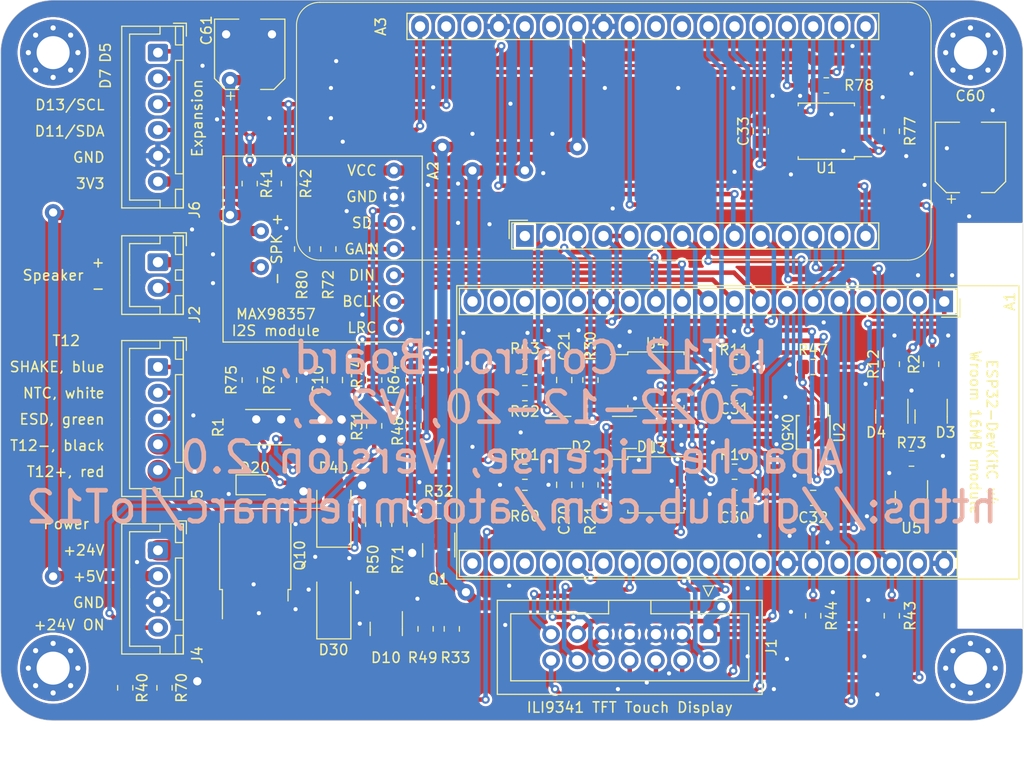
<source format=kicad_pcb>
(kicad_pcb (version 20221018) (generator pcbnew)
  (title_block (title "IoT12 Control Board") (date "2022-12-20") (rev "V2.2") (company "https://github.com/atoomnetmarc/IoT12"))
  (layers (0 "F.Cu" signal) (31 "B.Cu" signal) (34 "B.Paste" user) (35 "F.Paste" user) (36 "B.SilkS" user "B.Silkscreen") (37 "F.SilkS" user "F.Silkscreen") (38 "B.Mask" user) (39 "F.Mask" user) (44 "Edge.Cuts" user))
  (net 0 "")
  (net 1 "GND")
  (net 2 "+3V3")
  (net 4 "+5V")
  (net 9 "TOUCH_~{IRQ}")
  (net 11 "TFT_LED")
  (net 13 "I2S_BCK")
  (net 14 "HEAT_INT")
  (net 15 "I2S_WS")
  (net 16 "I2S_DATA")
  (net 20 "ESP32_SDA")
  (net 21 "ESP32_SCL")
  (net 22 "TFT_~{RST}")
  (net 24 "I2S_SD")
  (net 25 "I2S_GAIN0")
  (net 29 "Net-(A2-SPK+)")
  (net 30 "Net-(A2-SPK-)")
  (net 31 "Net-(A2-SD)")
  (net 35 "SAMD21_~{RESET}")
  (net 38 "Net-(U3--)")
  (net 39 "Net-(U3-+)")
  (net 40 "IRON_+")
  (net 41 "+24V")
  (net 42 "/Output/ESD")
  (net 43 "/Output/IRON_-")
  (net 44 "24V_ON")
  (net 45 "Net-(U4--)")
  (net 46 "TFT_D~{C}")
  (net 47 "NEAR_ADC_GND")
  (net 48 "NEAR_RSENSE_+")
  (net 49 "NEAR_RSENSE_-")
  (net 50 "Net-(R21-Pad2)")
  (net 51 "Net-(R21-Pad1)")
  (net 52 "Net-(R30-Pad2)")
  (net 53 "Net-(R30-Pad1)")
  (net 54 "ADC_RDY")
  (net 55 "NTC")
  (net 56 "VIN")
  (net 57 "HEAT_SDA")
  (net 58 "HEAT_SCL")
  (net 59 "I2S_GAIN1")
  (net 60 "TEMP")
  (net 61 "/Output/GATE")
  (net 62 "IRON_CURRENT")
  (net 63 "TOUCH_~{CS}")
  (net 64 "HEAT_PWM")
  (net 65 "ESP32_~{RESET}")
  (net 66 "TFT_~{CS}")
  (net 67 "+3.3V")
  (net 68 "TFT_SCLK")
  (net 69 "TFT_MISO")
  (net 70 "TFT_MOSI")
  (net 71 "Net-(U4-+)")
  (net 72 "Net-(#FLG0101-pwr)")
  (net 77 "SHAKE")
  (net 78 "EXP_D7")
  (net 79 "EXP_SCL")
  (net 80 "EXP_SDA")
  (net 81 "SHAKE_IN")
  (net 82 "NTC_IN")
  (net 83 "Net-(#FLG0102-pwr)")
  (net 84 "Net-(U5-~{RESET})")
  (net 86 "Net-(D3-K-Pad1)")
  (net 88 "Net-(D4-K-Pad1)")
  (net 90 "Net-(D20-A)")
  (net 91 "Net-(J4-Pin_4)")
  (net 92 "EXP_D5")
  (net 93 "MOSI")
  (net 94 "SCK")
  (net 95 "MISO")
  (net 96 "FLASH_~{CS}")
  (net 97 "Net-(Q1-C)")
  (net 98 "Net-(Q1-B)")
  (footprint "Module-extra:max98357" (layer "F.Cu") (at 127.72 86.36 90)
    (fp_text reference "A2")
    (fp_text value "max98357")
  )
  (footprint "Capacitor_SMD:C_0805_2012Metric_Pad1.18x1.45mm_HandSolder" (layer "F.Cu") (at 128.905 99.06 90)
    (fp_text reference "C10")
    (fp_text value "100pF")
  )
  (footprint "Capacitor_SMD:C_0805_2012Metric_Pad1.18x1.45mm_HandSolder" (layer "F.Cu") (at 151.13 109.22 90)
    (fp_text reference "C20")
    (fp_text value "1nF")
  )
  (footprint "Capacitor_SMD:C_0805_2012Metric_Pad1.18x1.45mm_HandSolder" (layer "F.Cu") (at 151.13 99.06 90)
    (fp_text reference "C21")
    (fp_text value "1nF")
  )
  (footprint "Capacitor_SMD:C_0805_2012Metric_Pad1.18x1.45mm_HandSolder" (layer "F.Cu") (at 167.64 110.49)
    (fp_text reference "C30")
    (fp_text value "100nF")
  )
  (footprint "Capacitor_SMD:C_0805_2012Metric_Pad1.18x1.45mm_HandSolder" (layer "F.Cu") (at 167.64 100.33)
    (fp_text reference "C31")
    (fp_text value "100nF")
  )
  (footprint "Capacitor_SMD:C_0805_2012Metric_Pad1.18x1.45mm_HandSolder" (layer "F.Cu") (at 175.26 110.49)
    (fp_text reference "C32")
    (fp_text value "100nF")
  )
  (footprint "Capacitor_SMD:CP_Elec_6.3x7.7" (layer "F.Cu") (at 190.5 77.47 90)
    (fp_text reference "C60")
    (fp_text value "100uF/35V")
  )
  (footprint "Package_TO_SOT_SMD:SOT-23" (layer "F.Cu") (at 157.48 104.14)
    (fp_text reference "D1")
    (fp_text value "BAV99")
  )
  (footprint "Package_TO_SOT_SMD:SOT-23" (layer "F.Cu") (at 151.13 104.14)
    (fp_text reference "D2")
    (fp_text value "BAV99")
  )
  (footprint "Diode_SMD:D_SMA" (layer "F.Cu") (at 128.805 120.65 90)
    (fp_text reference "D30")
    (fp_text value "SS14")
  )
  (footprint "Diode_SMD:D_SMA" (layer "F.Cu") (at 128.805 111.76 90)
    (fp_text reference "D40")
    (fp_text value "SS34")
  )
  (footprint "Package_TO_SOT_SMD:SOT-23" (layer "F.Cu") (at 133.885 123.19 -90)
    (fp_text reference "D10")
    (fp_text value "BZX84C18")
  )
  (footprint "LED_SMD:LED_0805_2012Metric_Pad1.15x1.40mm_HandSolder" (layer "F.Cu") (at 121.185 109.22)
    (fp_text reference "D20")
    (fp_text value "Red")
  )
  (footprint "MountingHole:MountingHole_3.2mm_M3_Pad_Via" (layer "F.Cu") (at 190.5 127)
    (fp_text reference "H1" hide)
    (fp_text value "MountingHole")
  )
  (footprint "MountingHole:MountingHole_3.2mm_M3_Pad_Via" (layer "F.Cu") (at 190.5 67.31)
    (fp_text reference "H2" hide)
    (fp_text value "MountingHole")
  )
  (footprint "MountingHole:MountingHole_3.2mm_M3_Pad_Via" (layer "F.Cu") (at 101.6 127)
    (fp_text reference "H3" hide)
    (fp_text value "MountingHole")
  )
  (footprint "MountingHole:MountingHole_3.2mm_M3_Pad_Via" (layer "F.Cu") (at 101.6 67.31)
    (fp_text reference "H4" hide)
    (fp_text value "MountingHole")
  )
  (footprint "NetTie-extra:NetTie-2_SMD_Pad0.5mm" (layer "F.Cu") (at 175.741 103.759 90)
    (fp_text reference "NT1" hide)
    (fp_text value "~")
  )
  (footprint "NetTie-extra:NetTie-2_SMD_Pad0.5mm" (layer "F.Cu") (at 121.15 104.775)
    (fp_text reference "NT2" hide)
    (fp_text value "~")
  )
  (footprint "NetTie-extra:NetTie-2_SMD_Pad0.5mm" (layer "F.Cu") (at 123.706 104.775 180)
    (fp_text reference "NT3" hide)
    (fp_text value "~")
  )
  (footprint "Package_TO_SOT_SMD:SOT-23" (layer "F.Cu") (at 138.965 115.57 -90)
    (fp_text reference "Q1")
    (fp_text value "MMBT2222")
  )
  (footprint "Package_TO_SOT_SMD:TO-252-2" (layer "F.Cu") (at 121.185 116.068 90)
    (fp_text reference "Q10")
    (fp_text value "AOD403")
  )
  (footprint "Resistor_SMD:R_2512_6332Metric_Pad1.40x3.35mm_HandSolder" (layer "F.Cu") (at 122.43 103.63)
    (fp_text reference "R1")
    (fp_text value "0R005")
  )
  (footprint "Resistor_SMD:R_0805_2012Metric_Pad1.20x1.40mm_HandSolder" (layer "F.Cu") (at 167.64 107.95)
    (fp_text reference "R10")
    (fp_text value "100R")
  )
  (footprint "Resistor_SMD:R_0805_2012Metric_Pad1.20x1.40mm_HandSolder" (layer "F.Cu") (at 153.67 109.22 90)
    (fp_text reference "R21")
    (fp_text value "470R 1%")
  )
  (footprint "Resistor_SMD:R_0805_2012Metric_Pad1.20x1.40mm_HandSolder" (layer "F.Cu") (at 153.67 99.06 90)
    (fp_text reference "R30")
    (fp_text value "1k 1%")
  )
  (footprint "Resistor_SMD:R_0805_2012Metric_Pad1.20x1.40mm_HandSolder" (layer "F.Cu") (at 140.235 123.19 90)
    (fp_text reference "R33")
    (fp_text value "1k")
  )
  (footprint "Resistor_SMD:R_0805_2012Metric_Pad1.20x1.40mm_HandSolder" (layer "F.Cu") (at 138.965 111.76 180)
    (fp_text reference "R32")
    (fp_text value "1k")
  )
  (footprint "Resistor_SMD:R_0805_2012Metric_Pad1.20x1.40mm_HandSolder" (layer "F.Cu") (at 175.26 97.79)
    (fp_text reference "R47")
    (fp_text value "4k7")
  )
  (footprint "Resistor_SMD:R_0805_2012Metric_Pad1.20x1.40mm_HandSolder" (layer "F.Cu") (at 136.525 103.505 90)
    (fp_text reference "R48")
    (fp_text value "4k7")
  )
  (footprint "Resistor_SMD:R_0805_2012Metric_Pad1.20x1.40mm_HandSolder" (layer "F.Cu") (at 182.88 121.92 -90)
    (fp_text reference "R43")
    (fp_text value "4k7")
  )
  (footprint "Resistor_SMD:R_0805_2012Metric_Pad1.20x1.40mm_HandSolder" (layer "F.Cu") (at 175.26 121.92 -90)
    (fp_text reference "R44")
    (fp_text value "4k7")
  )
  (footprint "Resistor_SMD:R_0805_2012Metric_Pad1.20x1.40mm_HandSolder" (layer "F.Cu") (at 132.615 113.03 -90)
    (fp_text reference "R50")
    (fp_text value "4k7")
  )
  (footprint "Resistor_SMD:R_0805_2012Metric_Pad1.20x1.40mm_HandSolder" (layer "F.Cu") (at 147.32 110.49 180)
    (fp_text reference "R60")
    (fp_text value "10k 0.1%")
  )
  (footprint "Resistor_SMD:R_0805_2012Metric_Pad1.20x1.40mm_HandSolder" (layer "F.Cu") (at 147.32 107.95 180)
    (fp_text reference "R61")
    (fp_text value "10k 0.1%")
  )
  (footprint "Resistor_SMD:R_0805_2012Metric_Pad1.20x1.40mm_HandSolder" (layer "F.Cu") (at 147.32 100.33 180)
    (fp_text reference "R62")
    (fp_text value "10k 0.1%")
  )
  (footprint "Resistor_SMD:R_0805_2012Metric_Pad1.20x1.40mm_HandSolder" (layer "F.Cu") (at 147.32 97.79 180)
    (fp_text reference "R63")
    (fp_text value "10k 0.1%")
  )
  (footprint "Resistor_SMD:R_0805_2012Metric_Pad1.20x1.40mm_HandSolder" (layer "F.Cu") (at 136.525 99.06 -90)
    (fp_text reference "R64")
    (fp_text value "10k 0.1%")
  )
  (footprint "Resistor_SMD:R_0805_2012Metric_Pad1.20x1.40mm_HandSolder" (layer "F.Cu") (at 135.155 113.03 -90)
    (fp_text reference "R71")
    (fp_text value "100k")
  )
  (footprint "Resistor_SMD:R_0805_2012Metric_Pad1.20x1.40mm_HandSolder" (layer "F.Cu") (at 128.27 86.36 -90)
    (fp_text reference "R72")
    (fp_text value "100k")
  )
  (footprint "Resistor_SMD:R_0805_2012Metric_Pad1.20x1.40mm_HandSolder" (layer "F.Cu") (at 132.715 99.06 -90)
    (fp_text reference "R74")
    (fp_text value "100k")
  )
  (footprint "Resistor_SMD:R_0805_2012Metric_Pad1.20x1.40mm_HandSolder" (layer "F.Cu") (at 124.46 99.06 90)
    (fp_text reference "R75")
    (fp_text value "100k")
  )
  (footprint "Resistor_SMD:R_0805_2012Metric_Pad1.20x1.40mm_HandSolder" (layer "F.Cu") (at 120.65 99.06 90)
    (fp_text reference "R76")
    (fp_text value "100k")
  )
  (footprint "Package_SO:TSSOP-10_3x3mm_P0.5mm" (layer "F.Cu") (at 175.26 104.14 -90)
    (fp_text reference "U2")
    (fp_text value "ADS1115IDGS")
  )
  (footprint "Package_SO-fixed:SOIC-8_5.23x5.23mm_P1.27mm" (layer "F.Cu") (at 160.02 109.22)
    (fp_text reference "U3")
    (fp_text value "INA826AID")
  )
  (footprint "Package_SO-fixed:SOIC-8_5.23x5.23mm_P1.27mm" (layer "F.Cu") (at 160.02 99.06)
    (fp_text reference "U4")
    (fp_text value "INA826AID")
  )
  (footprint "Resistor_SMD:R_0805_2012Metric_Pad1.20x1.40mm_HandSolder" (layer "F.Cu") (at 137.695 123.19 90)
    (fp_text reference "R49")
    (fp_text value "4k7")
  )
  (footprint "Module-extra:ESP32-DevKitC" (layer "F.Cu") (at 187.96 91.44 -90)
    (fp_text reference "A1")
    (fp_text value "2x Conn_01x19_Female")
  )
  (footprint "Package_TO_SOT_SMD:SOT-23" (layer "F.Cu") (at 182.88 102.6 -90)
    (fp_text reference "D4")
    (fp_text value "BAV99")
  )
  (footprint "Resistor_SMD:R_0805_2012Metric_Pad1.20x1.40mm_HandSolder" (layer "F.Cu") (at 182.88 97.52 90)
    (fp_text reference "R12")
    (fp_text value "100R")
  )
  (footprint "Package_TO_SOT_SMD:SOT-23" (layer "F.Cu") (at 184.785 110.49 -90)
    (fp_text reference "U5")
    (fp_text value "MAX809S")
  )
  (footprint "Resistor_SMD:R_0805_2012Metric_Pad1.20x1.40mm_HandSolder" (layer "F.Cu") (at 184.785 106.68)
    (fp_text reference "R73")
    (fp_text value "100k")
  )
  (footprint "Resistor_SMD:R_0805_2012Metric_Pad1.20x1.40mm_HandSolder" (layer "F.Cu") (at 167.64 97.79)
    (fp_text reference "R11")
    (fp_text value "100R")
  )
  (footprint "Resistor_SMD:R_0805_2012Metric_Pad1.20x1.40mm_HandSolder" (layer "F.Cu") (at 125.73 86.36 -90)
    (fp_text reference "R80")
    (fp_text value "560k")
  )
  (footprint "Package_SO-fixed:SOIC-8_5.23x5.23mm_P1.27mm" (layer "F.Cu") (at 176.53 74.93 180)
    (fp_text reference "U1")
    (fp_text value "W25Q64FVSSIG")
  )
  (footprint "Capacitor_SMD:C_0805_2012Metric_Pad1.18x1.45mm_HandSolder" (layer "F.Cu") (at 170.18 74.93 90)
    (fp_text reference "C33")
    (fp_text value "100nF")
  )
  (footprint "Connector_JST:JST_XH_B5B-XH-A_1x05_P2.50mm_Vertical" (layer "F.Cu") (at 111.76 97.79 -90)
    (fp_text reference "J5")
    (fp_text value "JST B5B-XH-A")
  )
  (footprint "Resistor_SMD:R_0805_2012Metric_Pad1.20x1.40mm_HandSolder" (layer "F.Cu") (at 182.88 74.93 90)
    (fp_text reference "R77")
    (fp_text value "100k")
  )
  (footprint "Connector_JST:JST_XH_B2B-XH-A_1x02_P2.50mm_Vertical" (layer "F.Cu") (at 111.76 87.63 -90)
    (fp_text reference "J2")
    (fp_text value "JST B2B-XH-A")
  )
  (footprint "Resistor_SMD:R_0805_2012Metric_Pad1.20x1.40mm_HandSolder" (layer "F.Cu") (at 186.69 97.52 90)
    (fp_text reference "R2")
    (fp_text value "100R")
  )
  (footprint "Resistor_SMD:R_0805_2012Metric_Pad1.20x1.40mm_HandSolder" (layer "F.Cu") (at 124.46 80.01 -90)
    (fp_text reference "R42")
    (fp_text value "4k7")
  )
  (footprint "Resistor_SMD:R_0805_2012Metric_Pad1.20x1.40mm_HandSolder" (layer "F.Cu") (at 176.53 70.485 180)
    (fp_text reference "R78")
    (fp_text value "100k")
  )
  (footprint "Resistor_SMD:R_0805_2012Metric_Pad1.20x1.40mm_HandSolder" (layer "F.Cu") (at 132.715 103.505 -90)
    (fp_text reference "R31")
    (fp_text value "1k")
  )
  (footprint "Resistor_SMD:R_0805_2012Metric_Pad1.20x1.40mm_HandSolder" (layer "F.Cu") (at 112.395 128.905 90)
    (fp_text reference "R70")
    (fp_text value "100k 1%")
  )
  (footprint "Capacitor_SMD:CP_Elec_6.3x7.7" (layer "F.Cu") (at 120.65 67.47 90)
    (fp_text reference "C61")
    (fp_text value "100uF/35V")
  )
  (footprint "Resistor_SMD:R_0805_2012Metric_Pad1.20x1.40mm_HandSolder" (layer "F.Cu") (at 120.65 80.01 -90)
    (fp_text reference "R41")
    (fp_text value "4k7")
  )
  (footprint "Module-extra:SAMD21_breakout" (layer "F.Cu") (at 147.32 85.09 90)
    (fp_text reference "A3")
    (fp_text value "SAMD21_breakout")
  )
  (footprint "Connector_JST:JST_XH_B6B-XH-A_1x06_P2.50mm_Vertical" (layer "F.Cu") (at 111.76 67.31 -90)
    (fp_text reference "J6")
    (fp_text value "JST B6B-XH-A")
  )
  (footprint "Connector_IDC:IDC-Header_2x07_P2.54mm_Vertical" (layer "F.Cu") (at 165.1 123.7075 -90)
    (fp_text reference "J1")
    (fp_text value "IDC-Header_2x07_P2.54mm")
  )
  (footprint "Connector_JST:JST_XH_B4B-XH-A_1x04_P2.50mm_Vertical" (layer "F.Cu") (at 111.76 115.57 -90)
    (fp_text reference "J4")
    (fp_text value "JST B4B-XH-A")
  )
  (footprint "Package_TO_SOT_SMD:SOT-23" (layer "F.Cu") (at 186.69 102.6 -90)
    (fp_text reference "D3")
    (fp_text value "BAV99")
  )
  (footprint "Resistor_SMD:R_0805_2012Metric_Pad1.20x1.40mm_HandSolder" (layer "F.Cu") (at 108.585 128.905 -90)
    (fp_text reference "R40")
    (fp_text value "4k7 1%")
  )
  (gr_line (start 96.52 127) (end 96.52 67.31) (stroke (width 0.05)) (layer "Edge.Cuts"))
  (gr_line (start 101.6 62.23) (end 190.5 62.23) (stroke (width 0.05)) (layer "Edge.Cuts"))
  (gr_arc (start 190.5 62.23) (mid 194.092102 63.717898) (end 195.58 67.31) (stroke (width 0.05)) (layer "Edge.Cuts"))
  (gr_line (start 190.5 132.08) (end 101.6 132.08) (stroke (width 0.05)) (layer "Edge.Cuts"))
  (gr_arc (start 101.6 132.08) (mid 98.007898 130.592102) (end 96.52 127) (stroke (width 0.05)) (layer "Edge.Cuts"))
  (gr_arc (start 96.52 67.31) (mid 98.007898 63.717898) (end 101.6 62.23) (stroke (width 0.05)) (layer "Edge.Cuts"))
  (gr_arc (start 195.58 127) (mid 194.092102 130.592102) (end 190.5 132.08) (stroke (width 0.05)) (layer "Edge.Cuts"))
  (gr_line (start 195.58 67.31) (end 195.58 127) (stroke (width 0.05)) (layer "Edge.Cuts"))
  (gr_text "IoT12 Control Board, \n2022-12-20, V2.2, \nApache License, Version 2.0\nhttps://github.com/atoomnetmarc/IoT12" (at 146.05 104.14) (layer "B.SilkS") (effects (font (size 3 3) (thickness 0.45)) (justify mirror)))
  (gr_text "ESD, green" (at 106.68 102.87) (layer "F.SilkS") (effects (font (size 1 1)) (justify right)))
  (gr_text "T12+, red" (at 106.68 107.95) (layer "F.SilkS") (effects (font (size 1 1)) (justify right)))
  (gr_text "NTC, white" (at 106.68 100.33) (layer "F.SilkS") (effects (font (size 1 1)) (justify right)))
  (gr_text "SHAKE, blue" (at 106.68 97.79) (layer "F.SilkS") (effects (font (size 1 1)) (justify right)))
  (gr_text "T12-, black" (at 106.68 105.41) (layer "F.SilkS") (effects (font (size 1 1)) (justify right)))
  (gr_text "0x50" (at 172.736 104.14 270) (layer "F.SilkS") (effects (font (size 1 1))))
  (gr_text "Power" (at 102.87 113.01) (layer "F.SilkS") (effects (font (size 1 1))))
  (gr_text "ESP32-DevKitC v4\nWroom 16MB module" (at 191.77 104.14 -90) (layer "F.SilkS") (effects (font (size 1 1))))
  (gr_text "T12" (at 102.87 95.25) (layer "F.SilkS") (effects (font (size 1 1))))
  (gr_text "3V3" (at 106.68 80.01) (layer "F.SilkS") (effects (font (size 1 1)) (justify right)))
  (gr_text "GND" (at 106.68 77.47) (layer "F.SilkS") (effects (font (size 1 1)) (justify right)))
  (gr_text "D11/SDA" (at 106.68 74.93) (layer "F.SilkS") (effects (font (size 1 1)) (justify right)))
  (gr_text "-" (at 106.68 90.17) (layer "F.SilkS") (effects (font (size 1 1)) (justify right)))
  (gr_text "Speaker" (at 101.6 88.9) (layer "F.SilkS") (effects (font (size 1 1))))
  (gr_text "+24V\n" (at 106.68 115.57) (layer "F.SilkS") (effects (font (size 1 1)) (justify right)))
  (gr_text "+5V" (at 106.68 118.11) (layer "F.SilkS") (effects (font (size 1 1)) (justify right)))
  (gr_text "MAX98357\nI2S module" (at 123.19 93.472) (layer "F.SilkS") (effects (font (size 1 1))))
  (gr_text "Expansion" (at 115.57 73.66 90) (layer "F.SilkS") (effects (font (size 1 1))))
  (gr_text "D13/SCL" (at 106.68 72.39) (layer "F.SilkS") (effects (font (size 1 1)) (justify right)))
  (gr_text "ILI9341 TFT Touch Display" (at 157.48 130.81) (layer "F.SilkS") (effects (font (size 1 1))))
  (gr_text "GND" (at 106.68 120.65) (layer "F.SilkS") (effects (font (size 1 1)) (justify right)))
  (gr_text "D5" (at 106.68 67.31 90) (layer "F.SilkS") (effects (font (size 1 1))))
  (gr_text "D7" (at 106.68 69.85 90) (layer "F.SilkS") (effects (font (size 1 1))))
  (gr_text "+24V ON\n" (at 106.68 122.809) (layer "F.SilkS") (effects (font (size 1 1)) (justify right)))
  (gr_text "+" (at 106.68 87.63) (layer "F.SilkS") (effects (font (size 1 1)) (justify right)))
  (segment (start 175.26 102.815) (end 175.31 102.865) (width 0.25) (layer "F.Cu") (net 1))
  (segment (start 175.736 102.865) (end 176.21 102.865) (width 0.25) (layer "F.Cu") (net 1))
  (segment (start 175.31 102.865) (end 175.736 102.865) (width 0.25) (layer "F.Cu") (net 1))
  (segment (start 175.736 102.865) (end 175.741 102.87) (width 0.25) (layer "F.Cu") (net 1))
  (segment (start 176.21 102.865) (end 176.26 102.815) (width 0.25) (layer "F.Cu") (net 1))
  (segment (start 176.26 102.815) (end 176.26 101.99) (width 0.25) (layer "F.Cu") (net 1))
  (segment (start 175.26 101.99) (end 175.26 102.815) (width 0.25) (layer "F.Cu") (net 1))
  (segment (start 124.206 104.775) (end 125.476 104.775) (width 0.5) (layer "F.Cu") (net 1))
  (segment (start 175.741 102.87) (end 175.741 103.259) (width 0.25) (layer "F.Cu") (net 1))
  (via (at 171.323 71.501) (size 0.8) (drill 0.4) (layers "F.Cu" "B.Cu") (net 1))
  (via (at 145.923 72.263) (size 0.8) (drill 0.4) (layers "F.Cu" "B.Cu") (net 1))
  (via (at 192.659 72.898) (size 0.8) (drill 0.4) (layers "F.Cu" "B.Cu") (net 1))
  (via (at 185.42 88.9) (size 0.8) (drill 0.4) (layers "F.Cu" "B.Cu") (net 1))
  (via (at 184.785 69.342) (size 0.8) (drill 0.4) (layers "F.Cu" "B.Cu") (net 1))
  (via (at 178.181 76.835) (size 0.8) (drill 0.4) (layers "F.Cu" "B.Cu") (net 1))
  (via (at 127 116.205) (size 0.8) (drill 0.4) (layers "F.Cu" "B.Cu") (net 1))
  (via (at 165.227 110.109) (size 0.8) (drill 0.4) (layers "F.Cu" "B.Cu") (net 1))
  (via (at 168.91 119.253) (size 0.8) (drill 0.4) (layers "F.Cu" "B.Cu") (net 1))
  (via (at 137.922 94.488) (size 0.8) (drill 0.4) (layers "F.Cu" "B.Cu") (net 1))
  (via (at 162.218727 101.010999) (size 0.8) (drill 0.4) (layers "F.Cu" "B.Cu") (net 1))
  (via (at 159.131 128.397) (size 0.8) (drill 0.4) (layers "F.Cu" "B.Cu") (net 1))
  (via (at 121.031 118.872) (size 0.8) (drill 0.4) (layers "F.Cu" "B.Cu") (net 1))
  (via (at 149.733 106.934) (size 0.8) (drill 0.4) (layers "F.Cu" "B.Cu") (net 1))
  (via (at 141.351 94.488) (size 0.8) (drill 0.4) (layers "F.Cu" "B.Cu") (net 1))
  (via (at 142.24 105.537) (size 0.8) (drill 0.4) (layers "F.Cu" "B.Cu") (net 1))
  (via (at 140.843 80.01) (size 0.8) (drill 0.4) (layers "F.Cu" "B.Cu") (net 1))
  (via (at 180.467 112.268) (size 0.8) (drill 0.4) (layers "F.Cu" "B.Cu") (net 1))
  (via (at 115.062 84.455) (size 0.8) (drill 0.4) (layers "F.Cu" "B.Cu") (net 1))
  (via (at 116.078 68.58) (size 0.8) (drill 0.4) (layers "F.Cu" "B.Cu") (net 1))
  (via (at 173.455 108.331) (size 0.8) (drill 0.4) (layers "F.Cu" "B.Cu") (net 1))
  (via (at 149.606 109.22) (size 0.8) (drill 0.4) (layers "F.Cu" "B.Cu") (net 1))
  (via (at 162.433 103.505) (size 0.8) (drill 0.4) (layers "F.Cu" "B.Cu") (net 1))
  (via (at 145.415 122.809) (size 0.8) (drill 0.4) (layers "F.Cu" "B.Cu") (net 1))
  (via (at 138.43 70.6695) (size 0.8) (drill 0.4) (layers "F.Cu" "B.Cu") (net 1))
  (via (at 173.101 121.539) (size 0.8) (drill 0.4) (layers "F.Cu" "B.Cu") (net 1))
  (via (at 162.504475 105.338525) (size 0.8) (drill 0.4) (layers "F.Cu" "B.Cu") (net 1))
  (via (at 172.72 126.111) (size 0.8) (drill 0.4) (layers "F.Cu" "B.Cu") (net 1))
  (via (at 176.276 93.472) (size 0.8) (drill 0.4) (layers "F.Cu" "B.Cu") (net 1))
  (via (at 149.098 78.994) (size 0.8) (drill 0.4) (layers "F.Cu" "B.Cu") (net 1))
  (via (at 179.07 66.675) (size 0.8) (drill 0.4) (layers "F.Cu" "B.Cu") (net 1))
  (via (at 158.369 106.807) (size 0.8) (drill 0.4) (layers "F.Cu" "B.Cu") (net 1))
  (via (at 181.991 71.628) (size 0.8) (drill 0.4) (layers "F.Cu" "B.Cu") (net 1))
  (via (at 167.513 70.739) (size 0.8) (drill 0.4) (layers "F.Cu" "B.Cu") (net 1))
  (via (at 156.4945 95.758) (size 0.8) (drill 0.4) (layers "F.Cu" "B.Cu") (net 1))
  (via (at 180.213 125.857) (size 0.8) (drill 0.4) (layers "F.Cu" "B.Cu") (net 1))
  (via (at 180.34 99.441) (size 0.8) (drill 0.4) (layers "F.Cu" "B.Cu") (net 1))
  (via (at 127.635 104.775) (size 1.6) (drill 0.8) (layers "F.Cu" "B.Cu") (net 1))
  (via (at 182.626 108.077) (size 0.8) (drill 0.4) (layers "F.Cu" "B.Cu") (net 1))
  (via (at 128.524 70.739) (size 0.8) (drill 0.4) (layers "F.Cu" "B.Cu") (net 1))
  (via (at 161.544 108.839) (size 0.8) (drill 0.4) (layers "F.Cu" "B.Cu") (net 1))
  (via (at 188.722 88.9) (size 0.8) (drill 0.4) (layers "F.Cu" "B.Cu") (net 1))
  (via (at 184.277 77.343) (size 0.8) (drill 0.4) (layers "F.Cu" "B.Cu") (net 1))
  (via (at 173.99 71.501) (size 0.8) (drill 0.4) (layers "F.Cu" "B.Cu") (net 1))
  (via (at 149.987 75.184) (size 0.8) (drill 0.4) (layers "F.Cu" "B.Cu") (net 1))
  (via (at 172.968475 97.557475) (size 0.8) (drill 0.4) (layers "F.Cu" "B.Cu") (net 1))
  (via (at 187.833 106.426) (size 0.8) (drill 0.4) (layers "F.Cu" "B.Cu") (net 1))
  (via (at 143.891 83.947) (size 0.8) (drill 0.4) (layers "F.Cu" "B.Cu") (net 1))
  (via (at 117.483525 73.778475) (size 0.8) (drill 0.4) (layers "F.Cu" "B.Cu") (net 1))
  (via (at 173.101 79.121) (size 0.8) (drill 0.4) (layers "F.Cu" "B.Cu") (net 1))
  (via (at 125.857 109.855) (size 1.6) (drill 0.8) (layers "F.Cu" "B.Cu") (net 1))
  (via (at 121.285 102.87) (size 1.6) (drill 0.8) (layers "F.Cu" "B.Cu") (net 1))
  (via (at 136.398 115.824) (size 1.6) (drill 0.8) (layers "F.Cu" "B.Cu") (net 1))
  (via (at 125.095 113.03) (size 0.8) (drill 0.4) (layers "F.Cu" "B.Cu") (net 1))
  (via (at 145.796 118.999) (size 0.8) (drill 0.4) (layers "F.Cu" "B.Cu") (net 1))
  (via (at 171.704 102.616) (size 0.8) (drill 0.4) (layers "F.Cu" "B.Cu") (net 1))
  (via (at 188.214 76.581) (size 0.8) (drill 0.4) (layers "F.Cu" "B.Cu") (net 1))
  (via (at 115.189 102.489) (size 0.8) (drill 0.4) (layers "F.Cu" "B.Cu") (net 1))
  (via (at 131.064 119.634) (size 0.8) (drill 0.4) (layers "F.Cu" "B.Cu") (net 1))
  (via (at 129.54 102.87) (size 1.6) (drill 0.8) (layers "F.Cu" "B.Cu") (net 1))
  (via (at 149.606 94.234) (size 0.8) (drill 0.4) (layers "F.Cu" "B.Cu") (net 1))
  (via (at 183.134 94.742) (size 0.8) (drill 0.4) (layers "F.Cu" "B.Cu") (net 1))
  (via (at 117.094 89.662) (size 0.8) (drill 0.4) (layers "F.Cu" "B.Cu") (net 1))
  (via (at 156.337 129.032) (size 0.8) (drill 0.4) (layers "F.Cu" "B.Cu") (net 1))
  (via (at 117.094 86.868) (size 0.8) (drill 0.4) (layers "F.Cu" "B.Cu") (net 1))
  (via (at 109.728 116.713) (size 0.8) (drill 0.4) (layers "F.Cu" "B.Cu") (net 1))
  (via (at 181.483 129.54) (size 0.8) (drill 0.4) (layers "F.Cu" "B.Cu") (net 1))
  (via (at 188.341 94.742) (size 0.8) (drill 0.4) (layers "F.Cu" "B.Cu") (net 1))
  (via (at 165.327 96.139) (size 0.8) (drill 0.4) (layers "F.Cu" "B.Cu") (net 1))
  (via (at 131.572 92.71) (size 0.8) (drill 0.4) (layers "F.Cu" "B.Cu") (net 1))
  (via (at 134.747 96.52) (size 0.8) (drill 0.4) (layers "F.Cu" "B.Cu") (net 1))
  (via (at 126.111 98.425) (size 0.8) (drill 0.4) (layers "F.Cu" "B.Cu") (net 1))
  (via (at 165.531238 105.105999) (size 0.8) (drill 0.4) (layers "F.Cu" "B.Cu") (net 1))
  (via (at 155.067 70.739) (size 0.8) (drill 0.4) (layers "F.Cu" "B.Cu") (net 1))
  (via (at 129.032 68.1295) (size 0.8) (drill 0.4) (layers "F.Cu" "B.Cu") (net 1))
  (via (at 141.732 97.409) (size 0.8) (drill 0.4) (layers "F.Cu" "B.Cu") (net 1))
  (via (at 123.698 102.87) (size 1.6) (drill 0.8) (layers "F.Cu" "B.Cu") (net 1))
  (via (at 176.657 114.808) (size 0.8) (drill 0.4) (layers "F.Cu" "B.Cu") (net 1))
  (via (at 129.54 104.775) (size 1.6) (drill 0.8) (layers "F.Cu" "B.Cu") (net 1))
  (via (at 129.667 75.946) (size 0.8) (drill 0.4) (layers "F.Cu" "B.Cu") (net 1))
  (via (at 172.974 114.173) (size 0.8) (drill 0.4) (layers "F.Cu" "B.Cu") (net 1))
  (via (at 140.843 83.82) (size 0.8) (drill 0.4) (layers "F.Cu" "B.Cu") (net 1))
  (via (at 125.095 121.285) (size 0.8) (drill 0.4) (layers "F.Cu" "B.Cu") (net 1))
  (via (at 118.364 65.532) (size 1.6) (drill 0.8) (layers "F.Cu" "B.Cu") (net 1))
  (via (at 167.115328 102.6855) (size 0.8) (drill 0.4) (layers "F.Cu" "B.Cu") (net 1))
  (via (at 172.566 100.711) (size 0.8) (drill 0.4) (layers "F.Cu" "B.Cu") (net 1))
  (via (at 180.594 120.396) (size 0.8) (drill 0.4) (layers "F.Cu" "B.Cu") (net 1))
  (via (at 157.988 100.838) (size 0.8) (drill 0.4) (layers "F.Cu" "B.Cu") (net 1))
  (via (at 147.574 94.488) (size 0.8) (drill 0.4) (layers "F.Cu" "B.Cu") (net 1))
  (via (at 144.907 109.22) (size 0.8) (drill 0.4) (layers "F.Cu" "B.Cu") (net 1))
  (via (at 190.373 83.185) (size 0.8) (drill 0.4) (layers "F.Cu" "B.Cu") (net 1))
  (via (at 177.038 73.279) (size 0.8) (drill 0.4) (layers "F.Cu" "B.Cu") (net 1))
  (via (at 184.785 100.076) (size 0.8) (drill 0.4) (layers "F.Cu" "B.Cu") (net 1))
  (via (at 128.524 73.66) (size 0.8) (drill 0.4) (layers "F.Cu" "B.Cu") (net 1))
  (via (at 131.318 122.682) (size 0.8) (drill 0.4) (layers "F.Cu" "B.Cu") (net 1))
  (via (at 171.704 105.283) (size 0.8) (drill 0.4) (layers "F.Cu" "B.Cu") (net 1))
  (via (at 127.635 102.87) (size 1.6) (drill 0.8) (layers "F.Cu" "B.Cu") (net 1))
  (via (at 115.316 107.95) (size 0.8) (drill 0.4) (layers "F.Cu" "B.Cu") (net 1))
  (via (at 146.912 104.14) (size 0.8) (drill 0.4) (layers "F.Cu" "B.Cu") (net 1))
  (via (at 170.053 114.173) (size 0.8) (drill 0.4) (layers "F.Cu" "B.Cu") (net 1))
  (via (at 131.543969 109.2705) (size 1.6) (drill 0.8) (layers "F.Cu" "B.Cu") (net 1))
  (via (at 126.365 119.38) (size 0.8) (drill 0.4) (layers "F.Cu" "B.Cu") (net 1))
  (via (at 130.3555 96.774) (size 0.8) (drill 0.4) (layers "F.Cu" "B.Cu") (net 1))
  (via (at 122.562975 73.667975) (size 0.8) (drill 0.4) (layers "F.Cu" "B.Cu") (net 1))
  (via (at 115.57 128.27) (size 1.6) (drill 0.8) (layers "F.Cu" "B.Cu") (net 1))
  (via (at 137.922 80.137) (size 0.8) (drill 0.4) (layers "F.Cu" "B.Cu") (net 1))
  (via (at 122.809 65.532) (size 1.6) (drill 0.8) (layers "F.Cu" "B.Cu") (net 1))
  (via (at 161.29 127.508) (size 0.8) (drill 0.4) (layers "F.Cu" "B.Cu") (net 1))
  (via (at 137.0905 108.966) (size 0.8) (drill 0.4) (layers "F.Cu" "B.Cu") (net 1))
  (via (at 130.302 116.332) (size 0.8) (drill 0.4) (layers "F.Cu" "B.Cu") (net 1))
  (via (at 136.906 120.269) (size 0.8) (drill 0.4) (layers "F.Cu" "B.Cu") (net 1))
  (via (at 124.206 84.328) (size 0.8) (drill 0.4) (layers "F.Cu" "B.Cu") (net 1))
  (via (at 162.179 70.739) (size 0.8) (drill 0.4) (layers "F.Cu" "B.Cu") (net 1))
  (via (at 169.935744 96.355871) (size 0.8) (drill 0.4) (layers "F.Cu" "B.Cu") (net 1))
  (via (at 136.525 84.328) (size 0.8) (drill 0.4) (layers "F.Cu" "B.Cu") (net 1))
  (via (at 167.594537 94.31239) (size 0.8) (drill 0.4) (layers "F.Cu" "B.Cu") (net 1))
  (via (at 118.618 110.109) (size 0.8) (drill 0.4) (layers "F.Cu" "B.Cu") (net 1))
  (via (at 168.91 125.857) (size 0.8) (drill 0.4) (layers "F.Cu" "B.Cu") (net 1))
  (via (at 152.527 94.234) (size 0.8) (drill 0.4) (layers "F.Cu" "B.Cu") (net 1))
  (via (at 155.829 82.423) (size 0.8) (drill 0.4) (layers "F.Cu" "B.Cu") (net 1))
  (via (at 186.055 80.137) (size 0.8) (drill 0.4) (layers "F.Cu" "B.Cu") (net 1))
  (via (at 171.45 129.032) (size 0.8) (drill 0.4) (layers "F.Cu" "B.Cu") (net 1))
  (via (at 130.048 82.677) (size 0.8) (drill 0.4) (layers "F.Cu" "B.Cu") (net 1))
  (via (at 165.532852 99.28137) (size 0.8) (drill 0.4) (layers "F.Cu" "B.Cu") (net 1))
  (via (at 167.64 78.867) (size 0.8) (drill 0.4) (layers "F.Cu" "B.Cu") (net 1))
  (via (at 177.165 119.634) (size 0.8) (drill 0.4) (layers "F.Cu" "B.Cu") (net 1))
  (via (at 142.24 75.184) (size 0.8) (drill 0.4) (layers "F.Cu" "B.Cu") (net 1))
  (via (at 157.48 94.361) (size 0.8) (drill 0.4) (layers "F.Cu" "B.Cu") (net 1))
  (via (at 121.539 121.666) (size 0.8) (drill 0.4) (layers "F.Cu" "B.Cu") (net 1))
  (segment (start 120.457 69.977) (end 120.65 70.17) (width 1) (layer "F.Cu") (net 4))
  (segment (start 134.62 78.74) (end 132.334 78.74) (width 1) (layer "F.Cu") (net 4))
  (segment (start 118.745 69.977) (end 120.457 69.977) (width 1) (layer "F.Cu") (net 4))
  (segment (start 128.016 83.058) (end 118.745 83.058) (width 1) (layer "F.Cu") (net 4))
  (segment (start 132.334 78.74) (end 128.016 83.058) (width 1) (layer "F.Cu") (net 4))
  (segment (start 118.745 83.058) (end 101.854 83.058) (width 1) (layer "F.Cu") (net 4))
  (segment (start 142.24 78.74) (end 134.62 78.74) (width 1) (layer "F.Cu") (net 4))
  (segment (start 111.76 118.07) (end 101.64 118.07) (width 1) (layer "F.Cu") (net 4))
  (segment (start 101.854 83.058) (end 101.6 82.804) (width 1) (layer "F.Cu") (net 4))
  (segment (start 101.64 118.07) (end 101.6 118.11) (width 1) (layer "F.Cu") (net 4))
  (segment (start 147.32 78.74) (end 142.24 78.74) (width 1) (layer "F.Cu") (net 4))
  (via (at 142.24 78.74) (size 1.6) (drill 0.8) (layers "F.Cu" "B.Cu") (net 4))
  (via (at 147.32 78.74) (size 1.6) (drill 0.8) (layers "F.Cu" "B.Cu") (net 4))
  (via (at 118.745 69.977) (size 1.6) (drill 0.8) (layers "F.Cu" "B.Cu") (net 4))
  (via (at 101.6 118.11) (size 1.6) (drill 0.8) (layers "F.Cu" "B.Cu") (net 4))
  (via (at 118.745 83.058) (size 1.6) (drill 0.8) (layers "F.Cu" "B.Cu") (net 4))
  (via (at 101.6 82.804) (size 1.6) (drill 0.8) (layers "F.Cu" "B.Cu") (net 4))
  (segment (start 101.6 118.11) (end 101.6 82.804) (width 1) (layer "B.Cu") (net 4))
  (segment (start 142.24 91.44) (end 142.24 78.74) (width 1) (layer "B.Cu") (net 4))
  (segment (start 147.32 64.77) (end 147.32 78.74) (width 1) (layer "B.Cu") (net 4))
  (segment (start 118.745 72.517) (end 118.745 83.058) (width 1) (layer "B.Cu") (net 4))
  (segment (start 118.745 72.517) (end 118.745 69.977) (width 1) (layer "B.Cu") (net 4))
  (segment (start 151.384 130.175) (end 150.241 129.032) (width 0.44) (layer "F.Cu") (net 9))
  (segment (start 178.943 130.175) (end 151.384 130.175) (width 0.44) (layer "F.Cu") (net 9))
  (via (at 150.241 129.032) (size 0.8) (drill 0.4) (layers "F.Cu" "B.Cu") (net 9))
  (via (at 178.943 130.175) (size 0.8) (drill 0.4) (layers "F.Cu" "B.Cu") (net 9))
  (segment (start 179.07 130.048) (end 178.943 130.175) (width 0.44) (layer "B.Cu") (net 9))
  (segment (start 149.86 126.2475) (end 149.86 128.651) (width 0.44) (layer "B.Cu") (net 9))
  (segment (start 179.07 115.062) (end 179.07 130.048) (width 0.44) (layer "B.Cu") (net 9))
  (segment (start 149.86 128.651) (end 150.241 129.032) (width 0.44) (layer "B.Cu") (net 9))
  (segment (start 178.308 91.948) (end 178.308 114.3) (width 0.44) (layer "B.Cu") (net 9))
  (segment (start 178.308 114.3) (end 179.07 115.062) (width 0.44) (layer "B.Cu") (net 9))
  (segment (start 177.8 91.44) (end 178.308 91.948) (width 0.44) (layer "B.Cu") (net 9))
  (segment (start 170.8055 122.4375) (end 153.67 122.4375) (width 0.44) (layer "F.Cu") (net 11))
  (segment (start 153.67 122.4375) (end 152.4 123.7075) (width 0.44) (layer "F.Cu") (net 11))
  (segment (start 171.323 121.92) (end 170.8055 122.4375) (width 0.44) (layer "F.Cu") (net 11))
  (via (at 171.323 121.92) (size 0.8) (drill 0.4) (layers "F.Cu" "B.Cu") (net 11))
  (segment (start 171.45 106.187949) (end 171.45 121.793) (width 0.44) (layer "B.Cu") (net 11))
  (segment (start 170.7575 105.495449) (end 171.45 106.187949) (width 0.44) (layer "B.Cu") (net 11))
  (segment (start 170.7575 98.6095) (end 170.7575 105.495449) (width 0.44) (layer "B.Cu") (net 11))
  (segment (start 171.45 121.793) (end 171.323 121.92) (width 0.44) (layer "B.Cu") (net 11))
  (segment (start 172.72 96.647) (end 170.7575 98.6095) (width 0.44) (layer "B.Cu") (net 11))
  (segment (start 172.72 91.44) (end 172.72 96.647) (width 0.44) (layer "B.Cu") (net 11))
  (segment (start 134.62 91.44) (end 135.793781 91.44) (width 0.44) (layer "F.Cu") (net 13))
  (segment (start 165.530499 89.330499) (end 167.64 91.44) (width 0.44) (layer "F.Cu") (net 13))
  (segment (start 135.793781 91.44) (end 137.903282 89.330499) (width 0.44) (layer "F.Cu") (net 13))
  (segment (start 137.903282 89.330499) (end 165.530499 89.330499) (width 0.44) (layer "F.Cu") (net 13))
  (segment (start 175.26 91.44) (end 175.26 90.551) (width 0.44) (layer "B.Cu") (net 14))
  (segment (start 175.26 90.551) (end 177.8 88.011) (width 0.44) (layer "B.Cu") (net 14))
  (segment (start 177.8 88.011) (end 177.8 85.09) (width 0.44) (layer "B.Cu") (net 14))
  (segment (start 163.63 89.97) (end 165.1 91.44) (width 0.44) (layer "F.Cu") (net 15))
  (segment (start 141.83578 89.97) (end 163.63 89.97) (width 0.44) (layer "F.Cu") (net 15))
  (segment (start 141.753778 90.052002) (end 141.83578 89.97) (width 0.44) (layer "F.Cu") (net 15))
  (segment (start 134.62 93.98) (end 138.547998 90.052002) (width 0.44) (layer "F.Cu") (net 15))
  (segment (start 138.547998 90.052002) (end 141.753778 90.052002) (width 0.44) (layer "F.Cu") (net 15))
  (segment (start 162.358842 88.006499) (end 162.538841 87.8265) (width 0.44) (layer "F.Cu") (net 16))
  (segment (start 136.525 88.9) (end 137.418501 88.006499) (width 0.44) (layer "F.Cu") (net 16))
  (segment (start 134.62 88.9) (end 136.525 88.9) (width 0.44) (layer "F.Cu") (net 16))
  (segment (start 137.418501 88.006499) (end 162.358842 88.006499) (width 0.44) (layer "F.Cu") (net 16))
  (via (at 162.538841 87.8265) (size 0.8) (drill 0.4) (layers "F.Cu" "B.Cu") (net 16))
  (segment (start 162.56 87.847659) (end 162.538841 87.8265) (width 0.44) (layer "B.Cu") (net 16))
  (segment (start 162.56 91.44) (end 162.56 87.847659) (width 0.44) (layer "B.Cu") (net 16))
  (segment (start 175.387 113.411) (end 179.197 113.411) (width 0.44) (layer "F.Cu") (net 20))
  (segment (start 175.26 113.538) (end 175.387 113.411) (width 0.44) (layer "F.Cu") (net 20))
  (segment (start 172.847 89.281) (end 178.562 89.281) (width 0.44) (layer "F.Cu") (net 20))
  (segment (start 178.562 89.281) (end 179.07 89.789) (width 0.44) (layer "F.Cu") (net 20))
  (segment (start 175.26 120.92) (end 175.26 119.888) (width 0.44) (layer "F.Cu") (net 20))
  (via (at 172.847 89.281) (size 0.8) (drill 0.4) (layers "F.Cu" "B.Cu") (net 20))
  (via (at 175.26 119.888) (size 0.8) (drill 0.4) (layers "F.Cu" "B.Cu") (net 20))
  (via (at 179.07 89.789) (size 0.8) (drill 0.4) (layers "F.Cu" "B.Cu") (net 20))
  (via (at 179.197 113.411) (size 0.8) (drill 0.4) (layers "F.Cu" "B.Cu") (net 20))
  (via (at 175.26 113.538) (size 0.8) (drill 0.4) (layers "F.Cu" "B.Cu") (net 20))
  (segment (start 179.07 113.284) (end 179.197 113.411) (width 0.44) (layer "B.Cu") (net 20))
  (segment (start 175.26 113.538) (end 175.26 116.84) (width 0.44) (layer "B.Cu") (net 20))
  (segment (start 172.72 89.154) (end 172.847 89.281) (width 0.44) (layer "B.Cu") (net 20))
  (segment (start 175.26 116.84) (end 175.26 119.888) (width 0.44) (layer "B.Cu") (net 20))
  (segment (start 172.72 85.09) (end 172.72 89.154) (width 0.44) (layer "B.Cu") (net 20))
  (segment (start 179.07 89.789) (end 179.07 113.284) (width 0.44) (layer "B.Cu") (net 20))
  (segment (start 182.88 120.92) (end 182.879999 119.888001) (width 0.44) (layer "F.Cu") (net 21))
  (segment (start 175.641 88.265) (end 175.514 88.138) (width 0.44) (layer "F.Cu") (net 21))
  (segment (start 181.61 88.265) (end 175.641 88.265) (width 0.44) (layer "F.Cu") (net 21))
  (via (at 181.61 88.265) (size 0.8) (drill 0.4) (layers "F.Cu" "B.Cu") (net 21))
  (via (at 182.879999 119.888001) (size 0.8) (drill 0.4) (layers "F.Cu" "B.Cu") (net 21))
  (via (at 175.514 88.138) (size 0.8) (drill 0.4) (layers "F.Cu" "B.Cu") (net 21))
  (segment (start 182.88 116.84) (end 182.879999 119.888001) (width 0.44) (layer "B.Cu") (net 21))
  (segment (start 181.61 115.57) (end 181.61 88.265) (width 0.44) (layer "B.Cu") (net 21))
  (segment (start 175.514 85.344) (end 175.26 85.09) (width 0.44) (layer "B.Cu") (net 21))
  (segment (start 182.88 116.84) (end 181.61 115.57) (width 0.44) (layer "B.Cu") (net 21))
  (segment (start 175.514 88.138) (end 175.514 85.344) (width 0.44) (layer "B.Cu") (net 21))
  (segment (start 157.264999 119.38) (end 157.48 119.164999) (width 0.44) (layer "F.Cu") (net 22))
  (segment (start 151.257 119.126) (end 151.511 119.38) (width 0.44) (layer "F.Cu") (net 22))
  (segment (start 151.511 119.38) (end 157.264999 119.38) (width 0.44) (layer "F.Cu") (net 22))
  (via (at 157.48 119.164999) (size 0.8) (drill 0.4) (layers "F.Cu" "B.Cu") (net 22))
  (via (at 151.257 119.126) (size 0.8) (drill 0.4) (layers "F.Cu" "B.Cu") (net 22))
  (segment (start 151.257 119.126) (end 151.13 119.253) (width 0.44) (layer "B.Cu") (net 22))
  (segment (start 151.13 119.253) (end 151.13 124.9775) (width 0.44) (layer "B.Cu") (net 22))
  (segment (start 151.13 124.9775) (end 152.4 126.2475) (width 0.44) (layer "B.Cu") (net 22))
  (segment (start 157.48 116.84) (end 157.48 119.164999) (width 0.44) (layer "B.Cu") (net 22))
  (segment (start 137.68339 88.646) (end 136.78989 89.539501) (width 0.44) (layer "F.Cu") (net 24))
  (segment (start 167.586 88.646) (end 137.68339 88.646) (width 0.44) (layer "F.Cu") (net 24))
  (segment (start 170.18 91.24) (end 167.586 88.646) (width 0.44) (layer "F.Cu") (net 24))
  (segment (start 136.78989 89.539501) (end 136.774499 89.539501) (width 0.44) (layer "F.Cu") (net 24))
  (segment (start 127.293 90.082) (end 125.73 88.519) (width 0.44) (layer "F.Cu") (net 24))
  (segment (start 170.18 91.44) (end 170.18 91.24) (width 0.44) (layer "F.Cu") (net 24))
  (segment (start 136.774499 89.539501) (end 136.232 90.082) (width 0.44) (layer "F.Cu") (net 24))
  (segment (start 125.73 88.519) (end 125.73 87.36) (width 0.44) (layer "F.Cu") (net 24))
  (segment (start 136.232 90.082) (end 127.293 90.082) (width 0.44) (layer "F.Cu") (net 24))
  (segment (start 128.27 85.36) (end 129.556 85.36) (width 0.44) (layer "F.Cu") (net 25))
  (segment (start 130.556 86.36) (end 134.62 86.36) (width 0.44) (layer "F.Cu") (net 25))
  (segment (start 135.69763 86.36) (end 136.065127 86.727497) (width 0.44) (layer "F.Cu") (net 25))
  (segment (start 150.635503 86.727497) (end 151.13 86.233) (width 0.44) (layer "F.Cu") (net 25))
  (segment (start 129.556 85.36) (end 130.556 86.36) (width 0.44) (layer "F.Cu") (net 25))
  (segment (start 136.065127 86.727497) (end 150.635503 86.727497) (width 0.44) (layer "F.Cu") (net 25))
  (segment (start 134.62 86.36) (end 135.69763 86.36) (width 0.44) (layer "F.Cu") (net 25))
  (via (at 151.13 86.233) (size 0.8) (drill 0.4) (layers "F.Cu" "B.Cu") (net 25))
  (segment (start 152.4 87.503) (end 151.13 86.233) (width 0.44) (layer "B.Cu") (net 25))
  (segment (start 152.4 91.44) (end 152.4 87.503) (width 0.44) (layer "B.Cu") (net 25))
  (segment (start 117.32 84.61) (end 121.75 84.61) (width 1) (layer "F.Cu") (net 29))
  (segment (start 114.3 87.63) (end 117.32 84.61) (width 1) (layer "F.Cu") (net 29))
  (segment (start 111.76 87.63) (end 114.3 87.63) (width 1) (layer "F.Cu") (net 29))
  (segment (start 114.495 90.13) (end 111.76 90.13) (width 1) (layer "F.Cu") (net 30))
  (segment (start 116.515 88.11) (end 114.495 90.13) (width 1) (layer "F.Cu") (net 30))
  (segment (start 121.75 88.11) (end 116.515 88.11) (width 1) (layer "F.Cu") (net 30))
  (segment (start 125.73 85.36) (end 127.112499 83.977501) (width 0.44) (layer "F.Cu") (net 31))
  (segment (start 134.462499 83.977501) (end 134.62 83.82) (width 0.44) (layer "F.Cu") (net 31))
  (segment (start 127.112499 83.977501) (end 134.462499 83.977501) (width 0.44) (layer "F.Cu") (net 31))
  (segment (start 186.123133 82.042) (end 186.234757 82.153624) (width 0.44) (layer "F.Cu") (net 35))
  (segment (start 157.48 82.042) (end 186.123133 82.042) (width 0.44) (layer "F.Cu") (net 35))
  (segment (start 186.817 96.393) (end 186.69 96.52) (width 0.44) (layer "F.Cu") (net 35))
  (segment (start 186.817 95.25) (end 186.817 96.393) (width 0.44) (layer "F.Cu") (net 35))
  (via (at 157.48 82.042) (size 0.8) (drill 0.4) (layers "F.Cu" "B.Cu") (net 35))
  (via (at 186.817 95.25) (size 0.8) (drill 0.4) (layers "F.Cu" "B.Cu") (net 35))
  (via (at 186.234757 82.153624) (size 0.8) (drill 0.4) (layers "F.Cu" "B.Cu") (net 35))
  (segment (start 186.69 95.123) (end 186.69 82.608867) (width 0.44) (layer "B.Cu") (net 35))
  (segment (start 186.69 82.608867) (end 186.234757 82.153624) (width 0.44) (layer "B.Cu") (net 35))
  (segment (start 157.48 64.77) (end 157.48 82.042) (width 0.44) (layer "B.Cu") (net 35))
  (segment (start 186.817 95.25) (end 186.69 95.123) (width 0.44) (layer "B.Cu") (net 35))
  (segment (start 151.13 108.1825) (end 152.1125 107.2) (width 0.44) (layer "F.Cu") (net 38))
  (segment (start 152.1125 107.2) (end 154.397523 107.2) (width 0.44) (layer "F.Cu") (net 38))
  (segment (start 154.512523 107.315) (end 156.42 107.315) (width 0.44) (layer "F.Cu") (net 38))
  (segment (start 154.397523 107.2) (end 154.512523 107.315) (width 0.44) (layer "F.Cu") (net 38))
  (segment (start 150.1925 103.19) (end 149.386 103.19) (width 0.44) (layer "F.Cu") (net 38))
  (segment (start 148.5525 108.1825) (end 148.32 107.95) (width 0.44) (layer "F.Cu") (net 38))
  (segment (start 148.32 104.256) (end 148.32 107.95) (width 0.44) (layer "F.Cu") (net 38))
  (segment (start 149.386 103.19) (end 148.32 104.256) (width 0.44) (layer "F.Cu") (net 38))
  (segment (start 151.13 108.1825) (end 148.5525 108.1825) (width 0.44) (layer "F.Cu") (net 38))
  (segment (start 155.12675 111.145) (end 155.14675 111.125) (width 0.44) (layer "F.Cu") (net 39))
  (segment (start 151.13 110.2575) (end 148.5525 110.2575) (width 0.44) (layer "F.Cu") (net 39))
  (segment (start 155.14675 111.125) (end 156.42 111.125) (width 0.44) (layer "F.Cu") (net 39))
  (segment (start 156.5425 103.19) (end 156.1005 103.632) (width 0.44) (layer "F.Cu") (net 39))
  (segment (start 154.89275 111.379) (end 155.12675 111.145) (width 0.44) (layer "F.Cu") (net 39))
  (segment (start 151.13 110.2575) (end 152.2515 111.379) (width 0.44) (layer "F.Cu") (net 39))
  (segment (start 148.5525 110.2575) (end 148.32 110.49) (width 0.44) (layer "F.Cu") (net 39))
  (segment (start 156.1005 103.632) (end 155.221 103.632) (width 0.44) (layer "F.Cu") (net 39))
  (segment (start 152.2515 111.379) (end 154.89275 111.379) (width 0.44) (layer "F.Cu") (net 39))
  (via (at 155.12675 111.145) (size 0.8) (drill 0.4) (layers "F.Cu" "B.Cu") (net 39))
  (via (at 155.221 103.632) (size 0.8) (drill 0.4) (layers "F.Cu" "B.Cu") (net 39))
  (segment (start 155.221 111.05075) (end 155.12675 111.145) (width 0.44) (layer "B.Cu") (net 39))
  (segment (start 155.221 103.632) (end 155.221 111.05075) (width 0.44) (layer "B.Cu") (net 39))
  (segment (start 128.805 113.76) (end 126.642 113.76) (width 1) (layer "F.Cu") (net 40))
  (segment (start 111.76 107.95) (end 118.55 114.74) (width 2) (layer "F.Cu") (net 40))
  (segment (start 125.662 114.74) (end 121.185 114.74) (width 1) (layer "F.Cu") (net 40))
  (segment (start 131.318 110.49) (end 130.937 110.871) (width 0.44) (layer "F.Cu") (net 40))
  (segment (start 130.81 115.316) (end 128.959 115.316) (width 0.44) (layer "F.Cu") (net 40))
  (segment (start 146.32 110.49) (end 131.318 110.49) (width 0.44) (layer "F.Cu") (net 40))
  (segment (start 128.805 115.47) (end 128.805 118.65) (width 1) (layer "F.Cu") (net 40))
  (segment (start 111.76 107.79) (end 111.76 107.95) (width 2) (layer "F.Cu") (net 40))
  (segment (start 118.55 114.74) (end 121.185 114.74) (width 2) (layer "F.Cu") (net 40))
  (segment (start 126.642 113.76) (end 125.662 114.74) (width 1) (layer "F.Cu") (net 40))
  (segment (start 128.959 115.316) (end 128.805 115.47) (width 0.44) (layer "F.Cu") (net 40))
  (segment (start 128.805 113.76) (end 128.805 115.47) (width 1) (layer "F.Cu") (net 40))
  (via (at 130.937 110.871) (size 0.8) (drill 0.4) (layers "F.Cu" "B.Cu") (net 40))
  (via (at 130.81 115.316) (size 0.8) (drill 0.4) (layers "F.Cu" "B.Cu") (net 40))
  (segment (start 130.937 115.189) (end 130.81 115.316) (width 0.44) (layer "B.Cu") (net 40))
  (segment (start 130.937 110.871) (end 130.937 115.189) (width 0.44) (layer "B.Cu") (net 40))
  (segment (start 122.24 124.14) (end 116.901 124.14) (width 2) (layer "F.Cu") (net 41))
  (segment (start 133.9475 124.19) (end 133.885 124.1275) (width 0.25) (layer "F.Cu") (net 41))
  (segment (start 128.805 122.65) (end 130.2825 124.1275) (width 0.44) (layer "F.Cu") (net 41))
  (segment (start 112.395 126.25) (end 115.201 123.444) (width 0.44) (layer "F.Cu") (net 41))
  (segment (start 128.805 122.65) (end 123.73 122.65) (width 1) (layer "F.Cu") (net 41))
  (segment (start 111.76 115.57) (end 114.3 115.57) (width 2) (layer "F.Cu") (net 41))
  (segment (start 115.201 123.444) (end 116.205 123.444) (width 0.44) (layer "F.Cu") (net 41))
  (segment (start 116.205 117.475) (end 116.205 123.444) (width 2) (layer "F.Cu") (net 41))
  (segment (start 123.465 122.915) (end 122.24 124.14) (width 2) (layer "F.Cu") (net 41))
  (segment (start 137.695 124.19) (end 133.9475 124.19) (width 0.44) (layer "F.Cu") (net 41))
  (segment (start 123.73 122.65) (end 123.465 122.915) (width 1) (layer "F.Cu") (net 41))
  (segment (start 114.3 115.57) (end 116.205 117.475) (width 2) (layer "F.Cu") (net 41))
  (segment (start 123.465 122.915) (end 123.465 121.04) (width 2) (layer "F.Cu") (net 41))
  (segment (start 130.2825 124.1275) (end 133.885 124.1275) (width 0.44) (layer "F.Cu") (net 41))
  (segment (start 112.395 127.905) (end 112.395 126.25) (width 0.44) (layer "F.Cu") (net 41))
  (segment (start 116.901 124.14) (end 116.205 123.444) (width 2) (layer "F.Cu") (net 41))
  (segment (start 117.586 98.06) (end 120.65 98.06) (width 0.44) (layer "F.Cu") (net 42))
  (segment (start 112.856 102.79) (end 117.586 98.06) (width 0.44) (layer "F.Cu") (net 42))
  (segment (start 111.76 102.79) (end 112.856 102.79) (width 0.44) (layer "F.Cu") (net 42))
  (segment (start 117.096 103.63) (end 119.38 103.63) (width 2) (layer "F.Cu") (net 43))
  (segment (start 115.436 105.29) (end 117.096 103.63) (width 2) (layer "F.Cu") (net 43))
  (segment (start 111.76 105.29) (end 115.436 105.29) (width 2) (layer "F.Cu") (net 43))
  (segment (start 120.65 104.775) (end 119.38 104.775) (width 0.5) (layer "F.Cu") (net 43))
  (segment (start 167.64 81.026) (end 136.545601 81.026) (width 0.44) (layer "F.Cu") (net 44))
  (segment (start 134.933101 82.6385) (end 132.6265 82.6385) (width 0.44) (layer "F.Cu") (net 44))
  (segment (start 134.35 102.505) (end 134.62 102.235) (width 0.44) (layer "F.Cu") (net 44))
  (segment (start 136.545601 81.026) (end 134.933101 82.6385) (width 0.44) (layer "F.Cu") (net 44))
  (segment (start 132.715 102.505) (end 134.35 102.505) (width 0.44) (layer "F.Cu") (net 44))
  (segment (start 132.6265 82.6385) (end 132.588 82.677) (width 0.44) (layer "F.Cu") (net 44))
  (via (at 132.588 82.677) (size 0.8) (drill 0.4) (layers "F.Cu" "B.Cu") (net 44))
  (via (at 134.62 102.235) (size 0.8) (drill 0.4) (layers "F.Cu" "B.Cu") (net 44))
  (via (at 167.64 81.026) (size 0.8) (drill 0.4) (layers "F.Cu" "B.Cu") (net 44))
  (segment (start 167.513 82.804) (end 167.513 81.153) (width 0.44) (layer "B.Cu") (net 44))
  (segment (start 167.64 85.09) (end 167.513 84.963) (width 0.44) (layer "B.Cu") (net 44))
  (segment (start 132.588 100.203) (end 134.62 102.235) (width 0.44) (layer "B.Cu") (net 44))
  (segment (start 167.513 84.963) (end 167.513 82.804) (width 0.44) (layer "B.Cu") (net 44))
  (segment (start 132.588 82.677) (end 132.588 100.203) (width 0.44) (layer "B.Cu") (net 44))
  (segment (start 167.513 81.153) (end 167.64 81.026) (width 0.44) (layer "B.Cu") (net 44))
  (segment (start 152.2515 96.901) (end 154.686 96.901) (width 0.44) (layer "F.Cu") (net 45))
  (segment (start 151.13 98.0225) (end 148.5525 98.0225) (width 0.44) (layer "F.Cu") (net 45))
  (segment (start 154.686 96.901) (end 154.94 97.155) (width 0.44) (layer "F.Cu") (net 45))
  (segment (start 148.5525 98.0225) (end 148.32 97.79) (width 0.44) (layer "F.Cu") (net 45))
  (segment (start 151.13 98.0225) (end 152.2515 96.901) (width 0.44) (layer "F.Cu") (net 45))
  (segment (start 154.94 97.155) (end 156.42 97.155) (width 0.44) (layer "F.Cu") (net 45))
  (segment (start 153.778499 118.345499) (end 162.56133 118.345499) (width 0.44) (layer "F.Cu") (net 46))
  (segment (start 153.67 118.237) (end 153.778499 118.345499) (width 0.44) (layer "F.Cu") (net 46))
  (segment (start 162.56133 118.345499) (end 162.752441 118.53661) (width 0.44) (layer "F.Cu") (net 46))
  (via (at 153.67 118.237) (size 0.8) (drill 0.4) (layers "F.Cu" "B.Cu") (net 46))
  (via (at 162.752441 118.53661) (size 0.8) (drill 0.4) (layers "F.Cu" "B.Cu") (net 46))
  (segment (start 165.1 126.2475) (end 163.83 124.9775) (width 0.44) (layer "B.Cu") (net 46))
  (segment (start 152.4 116.84) (end 152.4 116.967) (width 0.44) (layer "B.Cu") (net 46))
  (segment (start 163.83 119.614169) (end 162.752441 118.53661) (width 0.44) (layer "B.Cu") (net 46))
  (segment (start 152.4 116.967) (end 153.67 118.237) (width 0.44) (layer "B.Cu") (net 46))
  (segment (start 163.83 124.9775) (end 163.83 119.614169) (width 0.44) (layer "B.Cu") (net 46))
  (segment (start 160.594225 99.695) (end 160.4705 99.571275) (width 0.44) (layer "F.Cu") (net 47))
  (segment (start 160.374 104.815125) (end 160.4705 104.718625) (width 0.44) (layer "F.Cu") (net 47))
  (segment (start 165.014788 104.4635) (end 165.191789 104.286499) (width 0.44) (layer "F.Cu") (net 47))
  (segment (start 173.882499 104.286499) (end 174.371 104.775) (width 0.44) (layer "F.Cu") (net 47))
  (segment (start 174.371 104.775) (end 175.225 104.775) (width 0.44) (layer "F.Cu") (net 47))
  (segment (start 163.62 109.855) (end 161.263 109.855) (width 0.44) (layer "F.Cu") (net 47))
  (segment (start 175.225 104.775) (end 175.741 104.259) (width 0.44) (layer "F.Cu") (net 47))
  (segment (start 160.374 108.966) (end 160.374 104.815125) (width 0.44) (layer "F.Cu") (net 47))
  (segment (start 165.191789 104.286499) (end 173.882499 104.286499) (width 0.44) (layer "F.Cu") (net 47))
  (segment (start 161.263 109.855) (end 160.374 108.966) (width 0.44) (layer "F.Cu") (net 47))
  (segment (start 160.4705 104.718625) (end 160.725625 104.4635) (width 0.44) (layer "F.Cu") (net 47))
  (segment (start 160.725625 104.4635) (end 165.014788 104.4635) (width 0.44) (layer "F.Cu") (net 47))
  (segment (start 163.62 99.695) (end 160.594225 99.695) (width 0.44) (layer "F.Cu") (net 47))
  (via (at 160.4705 104.718625) (size 0.8) (drill 0.4) (layers "F.Cu" "B.Cu") (net 47))
  (via (at 160.4705 99.571275) (size 0.8) (drill 0.4) (layers "F.Cu" "B.Cu") (net 47))
  (segment (start 160.4705 99.571275) (end 160.4705 104.718625) (width 0.44) (layer "B.Cu") (net 47))
  (segment (start 145.061 107.95) (end 146.32 107.95) (width 0.44) (layer "F.Cu") (net 48))
  (segment (start 122.047 105.172) (end 122.047 105.537) (width 0.44) (layer "F.Cu") (net 48))
  (segment (start 123.6285 109.0235) (end 123.571 108.966) (width 0.44) (layer "F.Cu") (net 48))
  (segment (start 125.872949 107.95) (end 124.799449 109.0235) (width 0.44) (layer "F.Cu") (net 48))
  (segment (start 145.061 107.95) (end 145.061 100.33) (width 0.44) (layer "F.Cu") (net 48))
  (segment (start 146.32 100.33) (end 145.061 100.33) (width 0.44) (layer "F.Cu") (net 48))
  (segment (start 145.061 107.95) (end 125.872949 107.95) (width 0.44) (layer "F.Cu") (net 48))
  (segment (start 124.799449 109.0235) (end 123.6285 109.0235) (width 0.44) (layer "F.Cu") (net 48))
  (segment (start 121.65 104.775) (end 122.047 105.172) (width 0.44) (layer "F.Cu") (net 48))
  (via (at 122.047 105.537) (size 0.8) (drill 0.4) (layers "F.Cu" "B.Cu") (net 48))
  (via (at 123.571 108.966) (size 0.8) (drill 0.4) (layers "F.Cu" "B.Cu") (net 48))
  (segment (start 122.047 107.442) (end 122.047 105.537) (width 0.44) (layer "B.Cu") (net 48))
  (segment (start 123.571 108.966) (end 122.047 107.442) (width 0.44) (layer "B.Cu") (net 48))
  (segment (start 146.32 97.79) (end 143.891 97.79) (width 0.44) (layer "F.Cu") (net 49))
  (segment (start 143.764 106.807) (end 125.857 106.807) (width 0.44) (layer "F.Cu") (net 49))
  (segment (start 125.857 106.807) (end 124.841 107.823) (width 0.44) (layer "F.Cu") (net 49))
  (via (at 123.206 104.774998) (size 0.8) (drill 0.4) (layers "F.Cu" "B.Cu") (net 49))
  (via (at 143.764 106.807) (size 0.8) (drill 0.4) (layers "F.Cu" "B.Cu") (net 49))
  (via (at 143.891 97.79) (size 0.8) (drill 0.4) (layers "F.Cu" "B.Cu") (net 49))
  (via (at 124.841 107.823) (size 0.8) (drill 0.4) (layers "F.Cu" "B.Cu") (net 49))
  (segment (start 143.891 106.68) (end 143.764 106.807) (width 0.44) (layer "B.Cu") (net 49))
  (segment (start 143.891 97.79) (end 143.891 106.68) (width 0.44) (layer "B.Cu") (net 49))
  (segment (start 124.841 107.823) (end 123.206 106.188) (width 0.44) (layer "B.Cu") (net 49))
  (segment (start 123.206 106.188) (end 123.206 104.774998) (width 0.44) (layer "B.Cu") (net 49))
  (segment (start 154.829 108.22) (end 155.194 108.585) (width 0.44) (layer "F.Cu") (net 50))
  (segment (start 155.194 108.585) (end 156.42 108.585) (width 0.44) (layer "F.Cu") (net 50))
  (segment (start 153.67 108.22) (end 154.829 108.22) (width 0.44) (layer "F.Cu") (net 50))
  (segment (start 154.035 109.855) (end 156.42 109.855) (width 0.44) (layer "F.Cu") (net 51))
  (segment (start 153.67 110.22) (end 154.035 109.855) (width 0.44) (layer "F.Cu") (net 51))
  (segment (start 154.035 98.425) (end 156.42 98.425) (width 0.44) (layer "F.Cu") (net 52))
  (segment (start 153.67 98.06) (end 154.035 98.425) (width 0.44) (layer "F.Cu") (net 52))
  (segment (start 155.194 99.695) (end 156.42 99.695) (width 0.44) (layer "F.Cu") (net 53))
  (segment (start 153.67 100.06) (end 154.829 100.06) (width 0.44) (layer "F.Cu") (net 53))
  (segment (start 154.829 100.06) (end 155.194 99.695) (width 0.44) (layer "F.Cu") (net 53))
  (segment (start 174.244 99.649) (end 174.244 99.314) (width 0.25) (layer "F.Cu") (net 54))
  (segment (start 175.76 101.165) (end 174.244 99.649) (width 0.25) (layer "F.Cu") (net 54))
  (segment (start 175.76 101.99) (end 175.76 101.165) (width 0.25) (layer "F.Cu") (net 54))
  (segment (start 174.244 99.314) (end 174.244 97.806) (width 0.44) (layer "F.Cu") (net 54))
  (segment (start 174.244 97.806) (end 174.26 97.79) (width 0.44) (layer "F.Cu") (net 54))
  (segment (start 173.99 87.503) (end 174.117 87.376) (width 0.44) (layer "F.Cu") (net 54))
  (segment (start 165.1 87.503) (end 173.99 87.503) (width 0.44) (layer "F.Cu") (net 54))
  (via (at 165.1 87.503) (size 0.8) (drill 0.4) (layers "F.Cu" "B.Cu") (net 54))
  (via (at 174.244 99.314) (size 0.8) (drill 0.4) (layers "F.Cu" "B.Cu") (net 54))
  (via (at 174.117 87.376) (size 0.8) (drill 0.4) (layers "F.Cu" "B.Cu") (net 54))
  (segment (start 173.99 99.06) (end 174.244 99.314) (width 0.44) (layer "B.Cu") (net 54))
  (segment (start 174.117 87.376) (end 173.99 87.503) (width 0.44) (layer "B.Cu") (net 54))
  (segment (start 173.99 87.503) (end 173.99 99.06) (width 0.44) (layer "B.Cu") (net 54))
  (segment (start 165.1 85.09) (end 165.1 87.503) (width 0.44) (layer "B.Cu") (net 54))
  (segment (start 137.795 104.521) (end 136.541 104.521) (width 0.44) (layer "F.Cu") (net 55))
  (segment (start 171.330552 101.830499) (end 155.42011 101.830499) (width 0.44) (layer "F.Cu") (net 55))
  (segment (start 171.364551 101.7965) (end 171.330552 101.830499) (width 0.44) (layer "F.Cu") (net 55))
  (segment (start 155.269609 101.981) (end 149.479 101.981) (width 0.44) (layer "F.Cu") (net 55))
  (segment (start 174.0665 101.7965) (end 171.364551 101.7965) (width 0.44) (layer "F.Cu") (net 55))
  (segment (start 155.42011 101.830499) (end 155.269609 101.981) (width 0.44) (layer "F.Cu") (net 55))
  (segment (start 137.841015 96.4505) (end 138.021014 96.270501) (width 0.44) (layer "F.Cu") (net 55))
  (segment (start 138.021014 96.270501) (end 149.356501 96.270501) (width 0.44) (layer "F.Cu") (net 55))
  (segment (start 149.356501 96.270501) (end 149.479 96.393) (width 0.44) (layer "F.Cu") (net 55))
  (segment (start 174.2155 101.9455) (end 174.0665 101.7965) (width 0.44) (layer "F.Cu") (net 55))
  (segment (start 136.541 104.521) (end 136.525 104.505) (width 0.44) (layer "F.Cu") (net 55))
  (via (at 149.479 101.981) (size 0.8) (drill 0.4) (layers "F.Cu" "B.Cu") (net 55))
  (via (at 137.841015 96.4505) (size 0.8) (drill 0.4) (layers "F.Cu" "B.Cu") (net 55))
  (via (at 149.479 96.393) (size 0.8) (drill 0.4) (layers "F.Cu" "B.Cu") (net 55))
  (via (at 137.795 104.521) (size 0.8) (drill 0.4) (layers "F.Cu" "B.Cu") (net 55))
  (segment (start 137.795 96.496515) (end 137.841015 96.4505) (width 0.44) (layer "B.Cu") (net 55))
  (segment (start 148.717 97.155) (end 148.717 101.219) (width 0.44) (layer "B.Cu") (net 55))
  (segment (start 148.717 101.219) (end 149.479 101.981) (width 0.44) (layer "B.Cu") (net 55))
  (segment (start 149.479 96.393) (end 148.717 97.155) (width 0.44) (layer "B.Cu") (net 55))
  (segment (start 149.86 85.09) (end 148.59 86.36) (width 0.44) (layer "B.Cu") (net 55))
  (segment (start 137.795 104.521) (end 137.795 96.496515) (width 0.44) (layer "B.Cu") (net 55))
  (segment (start 148.59 86.36) (end 148.59 95.504) (width 0.44) (layer "B.Cu") (net 55))
  (segment (start 148.59 95.504) (end 149.479 96.393) (width 0.44) (layer "B.Cu") (net 55))
  (segment (start 112.395 129.905) (end 112.538 130.048) (width 0.44) (layer "F.Cu") (net 56))
  (segment (start 169.811 106.565) (end 162.294 106.565) (width 0.44) (layer "F.Cu") (net 56))
  (segment (start 174.498 107.442) (end 170.688 107.442) (width 0.44) (layer "F.Cu") (net 56))
  (segment (start 162.294 106.565) (end 162.1155 106.7435) (width 0.44) (layer "F.Cu") (net 56))
  (segment (start 108.585 129.905) (end 112.395 129.905) (width 0.44) (layer "F.Cu") (net 56))
  (segment (start 162.433 113.792) (end 143.637001 113.791999) (width 0.44) (layer "F.Cu") (net 56))
  (segment (start 174.76 107.18) (end 174.498 107.442) (width 0.25) (layer "F.Cu") (net 56))
  (segment (start 112.538 130.048) (end 143.51 130.048) (width 0.44) (layer "F.Cu") (net 56))
  (segment (start 170.688 107.442) (end 169.811 106.565) (width 0.44) (layer "F.Cu") (net 56))
  (segment (start 174.76 106.29) (end 174.76 107.18) (width 0.25) (layer "F.Cu") (net 56))
  (via (at 143.637001 113.791999) (size 0.8) (drill 0.4) (layers "F.Cu" "B.Cu") (net 56))
  (via (at 162.1155 106.7435) (size 0.8) (drill 0.4) (layers "F.Cu" "B.Cu") (net 56))
  (via (at 162.433 113.792) (size 0.8) (drill 0.4) (layers "F.Cu" "B.Cu") (net 56))
  (via (at 143.51 130.048) (size 0.8) (drill 0.4) (layers "F.Cu" "B.Cu") (net 56))
  (segment (start 161.29 105.918) (end 162.1155 106.7435) (width 0.44) (layer "B.Cu") (net 56))
  (segment (start 161.29 86.36) (end 161.29 105.918) (width 0.44) (layer "B.Cu") (net 56))
  (segment (start 162.433 107.061) (end 162.1155 106.7435) (width 0.44) (layer "B.Cu") (net 56))
  (segment (start 162.433 113.792) (end 162.433 107.061) (width 0.44) (layer "B.Cu") (net 56))
  (segment (start 143.51 113.919) (end 143.637001 113.791999) (width 0.44) (layer "B.Cu") (net 56))
  (segment (start 143.51 130.048) (end 143.51 113.919) (width 0.44) (layer "B.Cu") (net 56))
  (segment (start 160.02 85.09) (end 161.29 86.36) (width 0.44) (layer "B.Cu") (net 56))
  (segment (start 175.76 106.29) (end 175.76 108.593) (width 0.25) (layer "F.Cu") (net 57))
  (segment (start 175.006 94.234) (end 175.133 94.361) (width 0.44) (layer "F.Cu") (net 57))
  (segment (start 175.76 108.593) (end 175.641 108.712) (width 0.25) (layer "F.Cu") (net 57))
  (segment (start 168.91 94.234) (end 175.006 94.234) (width 0.44) (layer "F.Cu") (net 57))
  (via (at 175.133 94.361) (size 0.8) (drill 0.4) (layers "F.Cu" "B.Cu") (net 57))
  (via (at 168.91 94.234) (size 0.8) (drill 0.4) (layers "F.Cu" "B.Cu") (net 57))
  (via (at 175.641 108.712) (size 0.8) (drill 0.4) (layers "F.Cu" "B.Cu") (net 57))
  (segment (start 167.513 64.897) (end 167.513 67.437) (width 0.44) (layer "B.Cu") (net 57))
  (segment (start 175.133 108.204) (end 175.641 108.712) (width 0.44) (layer "B.Cu") (net 57))
  (segment (start 168.91 68.834) (end 168.91 94.234) (width 0.44) (layer "B.Cu") (net 57))
  (segment (start 167.513 67.437) (end 168.91 68.834) (width 0.44) (layer "B.Cu") (net 57))
  (segment (start 167.64 64.77) (end 167.513 64.897) (width 0.44) (layer "B.Cu") (net 57))
  (segment (start 175.133 94.361) (end 175.133 108.204) (width 0.44) (layer "B.Cu") (net 57))
  (segment (start 176.26 107.553) (end 176.657 107.95) (width 0.25) (layer "F.Cu") (net 58))
  (segment (start 175.895 95.25) (end 176.276 94.869) (width 0.44) (layer "F.Cu") (net 58))
  (segment (start 166.37 95.25) (end 175.895 95.25) (width 0.44) (layer "F.Cu") (net 58))
  (segment (start 176.26 106.29) (end 176.26 107.553) (width 0.25) (layer "F.Cu") (net 58))
  (via (at 176.657 107.95) (size 0.8) (drill 0.4) (layers "F.Cu" "B.Cu") (net 58))
  (via (at 166.37 95.25) (size 0.8) (drill 0.4) (layers "F.Cu" "B.Cu") (net 58))
  (via (at 176.276 94.869) (size 0.8) (drill 0.4) (layers "F.Cu" "B.Cu") (net 58))
  (segment (start 176.657 107.95) (end 176.149 107.442) (width 0.44) (layer "B.Cu") (net 58))
  (segment (start 165.1 64.77) (end 165.1 67.564) (width 0.44) (layer "B.Cu") (net 58))
  (segment (start 165.1 67.564) (end 166.37 68.834) (width 0.44) (layer "B.Cu") (net 58))
  (segment (start 176.149 107.442) (end 176.149 94.996) (width 0.44) (layer "B.Cu") (net 58))
  (segment (start 176.149 94.996) (end 176.276 94.869) (width 0.44) (layer "B.Cu") (net 58))
  (segment (start 166.37 68.834) (end 166.37 95.25) (width 0.44) (layer "B.Cu") (net 58))
  (segment (start 159.706621 87.366998) (end 159.88662 87.186999) (width 0.44) (layer "F.Cu") (net 59))
  (segment (start 128.27 87.36) (end 128.544501 87.634501) (width 0.44) (layer "F.Cu") (net 59))
  (segment (start 128.544501 87.634501) (end 135.727717 87.634501) (width 0.44) (layer "F.Cu") (net 59))
  (segment (start 135.727717 87.634501) (end 135.99522 87.366998) (width 0.44) (layer "F.Cu") (net 59))
  (segment (start 135.99522 87.366998) (end 159.706621 87.366998) (width 0.44) (layer "F.Cu") (net 59))
  (via (at 159.88662 87.186999) (size 0.8) (drill 0.4) (layers "F.Cu" "B.Cu") (net 59))
  (segment (start 160.02 87.320379) (end 159.88662 87.186999) (width 0.44) (layer "B.Cu") (net 59))
  (segment (start 160.02 91.44) (end 160.02 87.320379) (width 0.44) (layer "B.Cu") (net 59))
  (segment (start 174.76 101.99) (end 174.76 103.343) (width 0.25) (layer "F.Cu") (net 60))
  (segment (start 164.47 103.505) (end 164.4005 103.5745) (width 0.44) (layer "F.Cu") (net 60))
  (segment (start 155.3545 102.8005) (end 153.861995 102.8005) (width 0.44) (layer "F.Cu") (net 60))
  (segment (start 174.471 103.632) (end 173.963 103.632) (width 0.25) (layer "F.Cu") (net 60))
  (segment (start 163.62 108.585) (end 165.227 108.585) (width 0.44) (layer "F.Cu") (net 60))
  (segment (start 173.836 103.505) (end 164.47 103.505) (width 0.44) (layer "F.Cu") (net 60))
  (segment (start 155.685 102.47) (end 155.3545 102.8005) (width 0.44) (layer "F.Cu") (net 60))
  (segment (start 173.963 103.632) (end 173.836 103.505) (width 0.44) (layer "F.Cu") (net 60))
  (segment (start 164.4005 103.5745) (end 163.296 102.47) (width 0.44) (layer "F.Cu") (net 60))
  (segment (start 163.296 102.47) (end 155.685 102.47) (width 0.44) (layer "F.Cu") (net 60))
  (segment (start 165.227 108.585) (end 165.354 108.712) (width 0.44) (layer "F.Cu") (net 60))
  (segment (start 174.76 103.343) (end 174.471 103.632) (width 0.25) (layer "F.Cu") (net 60))
  (via (at 153.861995 102.8005) (size 0.8) (drill 0.4) (layers "F.Cu" "B.Cu") (net 60))
  (via (at 164.4005 103.5745) (size 0.8) (drill 0.4) (layers "F.Cu" "B.Cu") (net 60))
  (via (at 165.354 108.712) (size 0.8) (drill 0.4) (layers "F.Cu" "B.Cu") (net 60))
  (segment (start 153.67 87.376) (end 153.67 102.608505) (width 0.44) (layer "B.Cu") (net 60))
  (segment (start 164.4005 103.5745) (end 164.4005 107.7585) (width 0.44) (layer "B.Cu") (net 60))
  (segment (start 152.4 86.106) (end 153.67 87.376) (width 0.44) (layer "B.Cu") (net 60))
  (segment (start 164.4005 107.7585) (end 165.354 108.712) (width 0.44) (layer "B.Cu") (net 60))
  (segment (start 153.67 102.608505) (end 153.861995 102.8005) (width 0.44) (layer "B.Cu") (net 60))
  (segment (start 152.4 85.09) (end 152.4 86.106) (width 0.44) (layer "B.Cu") (net 60))
  (segment (start 126.302 120.904) (end 134.239 120.904) (width 0.44) (layer "F.Cu") (net 61))
  (segment (start 140.235 124.19) (end 139.43 124.19) (width 0.44) (layer "F.Cu") (net 61))
  (segment (start 134.835 121.5) (end 134.835 122.2525) (width 0.44) (layer "F.Cu") (net 61))
  (segment (start 124.651 119.253) (end 126.302 120.904) (width 0.44) (layer "F.Cu") (net 61))
  (segment (start 138.815 123.575) (end 138.815 123.31) (width 0.44) (layer "F.Cu") (net 61))
  (segment (start 139.43 124.19) (end 138.815 123.575) (width 0.44) (layer "F.Cu") (net 61))
  (segment (start 134.239 120.904) (end 134.835 121.5) (width 0.44) (layer "F.Cu") (net 61))
  (segment (start 118.905 121.04) (end 120.514 121.04) (width 0.44) (layer "F.Cu") (net 61))
  (segment (start 134.8975 122.19) (end 134.835 122.2525) (width 0.44) (layer "F.Cu") (net 61))
  (segment (start 138.815 123.31) (end 137.695 122.19) (width 0.44) (layer "F.Cu") (net 61))
  (segment (start 137.695 122.19) (end 134.8975 122.19) (width 0.44) (layer "F.Cu") (net 61))
  (segment (start 120.514 121.04) (end 122.301 119.253) (width 0.44) (layer "F.Cu") (net 61))
  (segment (start 122.301 119.253) (end 124.651 119.253) (width 0.44) (layer "F.Cu") (net 61))
  (segment (start 163.62 98.425) (end 165.227 98.425) (width 0.44) (layer "F.Cu") (net 62))
  (segment (start 173.826998 106.162998) (end 170.313388 106.162998) (width 0.44) (layer "F.Cu") (net 62))
  (segment (start 174.251 106.299) (end 173.963 106.299) (width 0.25) (layer "F.Cu") (net 62))
  (segment (start 164.146499 105.925499) (end 163.54 105.319) (width 0.44) (layer "F.Cu") (net 62))
  (segment (start 174.26 106.29) (end 174.251 106.299) (width 0.25) (layer "F.Cu") (net 62))
  (segment (start 173.963 106.299) (end 173.826998 106.162998) (width 0.44) (layer "F.Cu") (net 62))
  (segment (start 170.313388 106.162998) (end 170.075889 105.925499) (width 0.44) (layer "F.Cu") (net 62))
  (segment (start 170.075889 105.925499) (end 164.146499 105.925499) (width 0.44) (layer "F.Cu") (net 62))
  (segment (start 165.227 98.425) (end 165.354 98.298) (width 0.44) (layer "F.Cu") (net 62))
  (via (at 165.354 98.298) (size 0.8) (drill 0.4) (layers "F.Cu" "B.Cu") (net 62))
  (via (at 163.54 105.319) (size 0.8) (drill 0.4) (layers "F.Cu" "B.Cu") (net 62))
  (segment (start 163.54 100.112) (end 165.354 98.298) (width 0.44) (layer "B.Cu") (net 62))
  (segment (start 163.54 105.319) (end 163.54 100.112) (width 0.44) (layer "B.Cu") (net 62))
  (segment (start 163.83 96.774) (end 165.354 98.298) (width 0.44) (layer "B.Cu") (net 62))
  (segment (start 163.83 86.36) (end 163.83 96.774) (width 0.44) (layer "B.Cu") (net 62))
  (segment (start 162.56 85.09) (end 163.83 86.36) (width 0.44) (layer "B.Cu") (net 62))
  (segment (start 148.209 119.8045) (end 148.388999 119.984499) (width 0.44) (layer "F.Cu") (net 63))
  (segment (start 151.211109 119.984499) (end 151.24611 120.019501) (width 0.44) (layer "F.Cu") (net 63))
  (segment (start 148.388999 119.984499) (end 151.211109 119.984499) (width 0.44) (layer "F.Cu") (net 63))
  (segment (start 151.24611 120.019501) (end 162.428499 120.019501) (width 0.44) (layer "F.Cu") (net 63))
  (segment (start 163.068 119.38) (end 166.751 119.38) (width 0.44) (layer "F.Cu") (net 63))
  (segment (start 162.428499 120.019501) (end 163.068 119.38) (width 0.44) (layer "F.Cu") (net 63))
  (via (at 148.209 119.8045) (size 0.8) (drill 0.4) (layers "F.Cu" "B.Cu") (net 63))
  (via (at 166.751 119.38) (size 0.8) (drill 0.4) (layers "F.Cu" "B.Cu") (net 63))
  (segment (start 148.209 122.0565) (end 148.209 119.8045) (width 0.44) (layer "B.Cu") (net 63))
  (segment (start 149.86 123.7075) (end 148.209 122.0565) (width 0.44) (layer "B.Cu") (net 63))
  (segment (start 165.1 117.729) (end 166.751 119.38) (width 0.44) (layer "B.Cu") (net 63))
  (segment (start 165.1 116.84) (end 165.1 117.729) (width 0.44) (layer "B.Cu") (net 63))
  (segment (start 136.509 112.03) (end 136.779 111.76) (width 0.44) (layer "F.Cu") (net 64))
  (segment (start 135.155 112.03) (end 136.509 112.03) (width 0.44) (layer "F.Cu") (net 64))
  (segment (start 136.779 111.76) (end 137.965 111.76) (width 0.44) (layer "F.Cu") (net 64))
  (segment (start 171.196 93.345) (end 156.972 93.345) (width 0.44) (layer "F.Cu") (net 64))
  (segment (start 156.972 93.345) (end 154.7435 95.5735) (width 0.44) (layer "F.Cu") (net 64))
  (segment (start 136.3285 95.5735) (end 136.271 95.631) (width 0.44) (layer "F.Cu") (net 64))
  (segment (start 132.615 112.03) (end 135.155 112.03) (width 0.44) (layer "F.Cu") (net 64))
  (segment (start 154.7435 95.5735) (end 136.3285 95.5735) (width 0.44) (layer "F.Cu") (net 64))
  (via (at 136.271 95.631) (size 0.8) (drill 0.4) (layers "F.Cu" "B.Cu") (net 64))
  (via (at 171.196 93.345) (size 0.8) (drill 0.4) (layers "F.Cu" "B.Cu") (net 64))
  (via (at 136.779 111.76) (size 0.8) (drill 0.4) (layers "F.Cu" "B.Cu") (net 64))
  (segment (start 171.45 93.091) (end 171.196 93.345) (width 0.44) (layer "B.Cu") (net 64))
  (segment (start 171.45 86.36) (end 171.45 93.091) (width 0.44) (layer "B.Cu") (net 64))
  (segment (start 136.271 95.631) (end 136.271 111.252) (width 0.44) (layer "B.Cu") (net 64))
  (segment (start 170.18 85.09) (end 171.45 86.36) (width 0.44) (layer "B.Cu") (net 64))
  (segment (start 136.271 111.252) (end 136.779 111.76) (width 0.44) (layer "B.Cu") (net 64))
  (segment (start 184.277 96.52) (end 184.912 95.885) (width 0.44) (layer "F.Cu") (net 65))
  (segment (start 182.88 96.52) (end 184.277 96.52) (width 0.44) (layer "F.Cu") (net 65))
  (via (at 184.912 95.885) (size 0.8) (drill 0.4) (layers "F.Cu" "B.Cu") (net 65))
  (segment (start 185.42 95.377) (end 184.912 95.885) (width 0.44) (layer "B.Cu") (net 65))
  (segment (start 185.42 91.44) (end 185.42 95.377) (width 0.44) (layer "B.Cu") (net 65))
  (segment (start 150.0305 122.047) (end 150.00875 122.02525) (width 0.44) (layer "F.Cu") (net 66))
  (segment (start 152.019 122.047) (end 150.0305 122.047) (width 0.44) (layer "F.Cu") (net 66))
  (via (at 150.00875 122.02525) (size 0.8) (drill 0.4) (layers "F.Cu" "B.Cu") (net 66))
  (via (at 152.019 122.047) (size 0.8) (drill 0.4) (layers "F.Cu" "B.Cu") (net 66))
  (segment (start 149.86 116.84) (end 149.86 121.8765) (width 0.44) (layer "B.Cu") (net 66))
  (segment (start 149.86 121.8765) (end 150.00875 122.02525) (width 0.44) (layer "B.Cu") (net 66))
  (segment (start 153.67 124.9775) (end 153.67 122.682) (width 0.44) (layer "B.Cu") (net 66))
  (segment (start 154.94 126.2475) (end 153.67 124.9775) (width 0.44) (layer "B.Cu") (net 66))
  (segment (start 153.035 122.047) (end 152.019 122.047) (width 0.44) (layer "B.Cu") (net 66))
  (segment (start 153.67 122.682) (end 153.035 122.047) (width 0.44) (layer "B.Cu") (net 66))
  (segment (start 176.26 97.039) (end 175.614 96.393) (width 0.44) (layer "F.Cu") (net 67))
  (segment (start 171.323 76.0095) (end 171.365 75.9675) (width 0.44) (layer "F.Cu") (net 67))
  (segment (start 131.572 76.454) (end 139.319 76.454) (width 1) (layer "F.Cu") (net 67))
  (segment (start 171.7675 75.565) (end 171.365 75.9675) (width 0.44) (layer "F.Cu") (net 67))
  (segment (start 127.016 81.01) (end 131.572 76.454) (width 1) (layer "F.Cu") (net 67))
  (segment (start 153.640499 67.660499) (end 174.857346 67.660499) (width 1) (layer "F.Cu") (net 67))
  (segment (start 171.365 75.9675) (end 170.18 75.9675) (width 0.44) (layer "F.Cu") (net 67))
  (segment (start 152.4 64.77) (end 152.4 66.42) (width 1) (layer "F.Cu") (net 67))
  (segment (start 187.96 93.218) (end 187.96 91.44) (width 0.44) (layer "F.Cu") (net 67))
  (segment (start 171.35 96.393) (end 169.953 97.79) (width 0.44) (layer "F.Cu") (net 67))
  (segment (start 139.319 76.454) (end 149.606 76.454) (width 1) (layer "F.Cu") (net 67))
  (segment (start 116.062 81.01) (end 120.65 81.01) (width 1) (layer "F.Cu") (net 67))
  (segment (start 187.579 93.599) (end 187.96 93.218) (width 0.44) (layer "F.Cu") (net 67))
  (segment (start 182.88 73.93) (end 184.388 73.93) (width 0.44) (layer "F.Cu") (net 67))
  (segment (start 186.309 73.406) (end 186.309 77.028) (width 1) (layer "F.Cu") (net 67))
  (segment (start 111.76 79.81) (end 114.862 79.81) (width 1) (layer "F.Cu") (net 67))
  (segment (start 175.26 106.29) (end 175.26 107.923) (width 0.25) (layer "F.Cu") (net 67))
  (segment (start 136.525 98.06) (end 139.303 98.06) (width 0.25) (layer "F.Cu") (net 67))
  (segment (start 180.975 68.072) (end 185.6105 72.7075) (width 1) (layer "F.Cu") (net 67))
  (segment (start 172.72 123.7075) (end 165.1 123.7075) (width 0.44) (layer "F.Cu") (net 67))
  (segment (start 186.309 77.028) (end 189.451 80.17) (width 1) (layer "F.Cu") (net 67))
  (segment (start 173.5075 122.92) (end 172.72 123.7075) (width 0.44) (layer "F.Cu") (net 67))
  (segment (start 174.2225 110.49) (end 169.974457 110.49) (width 0.44) (layer "F.Cu") (net 67))
  (segment (start 181.721 73.93) (end 182.88 73.93) (width 0.44) (layer "F.Cu") (net 67))
  (segment (start 175.268848 68.072) (end 180.975 68.072) (width 1) (layer "F.Cu") (net 67))
  (segment (start 174.857346 67.660499) (end 175.268848 68.072) (width 1) (layer "F.Cu") (net 67))
  (segment (start 180.13 74.295) (end 181.356 74.295) (width 0.44) (layer "F.Cu") (net 67))
  (segment (start 114.862 79.81) (end 116.062 81.01) (width 1) (layer "F.Cu") (net 67))
  (segment (start 175.614 96.393) (end 171.35 96.393) (width 0.44) (layer "F.Cu") (net 67))
  (segment (start 180.594 93.599) (end 187.579 93.599) (width 0.44) (layer "F.Cu") (net 67))
  (segment (start 166.37 121.031) (end 166.278002 120.939002) (width 1) (layer "F.Cu") (net 67))
  (segment (start 175.895 75.565) (end 177.165 74.295) (width 0.44) (layer "F.Cu") (net 67))
  (segment (start 172.93 75.565) (end 175.895 75.565) (width 0.44) (layer "F.Cu") (net 67))
  (segment (start 175.26 107.923) (end 174.2225 108.9605) (width 0.25) (layer "F.Cu") (net 67))
  (segment (start 176.26 97.79) (end 179.959 97.79) (width 0.44) (layer "F.Cu") (net 67))
  (segment (start 175.26 122.92) (end 173.5075 122.92) (width 0.44) (layer "F.Cu") (net 67))
  (segment (start 189.451 80.17) (end 190.5 80.17) (width 1) (layer "F.Cu") (net 67))
  (segment (start 139.303 98.06) (end 139.319 98.044) (width 0.25) (layer "F.Cu") (net 67))
  (segment (start 169.974457 110.49) (end 169.926255 110.538202) (width 0.44) (layer "F.Cu") (net 67))
  (segment (start 184.388 73.93) (end 185.6105 72.7075) (width 0.44) (layer "F.Cu") (net 67))
  (segment (start 124.46 81.01) (end 120.65 81.01) (width 1) (layer "F.Cu") (net 67))
  (segment (start 152.4 66.42) (end 153.640499 67.660499) (width 1) (layer "F.Cu") (net 67))
  (segment (start 124.46 81.01) (end 127.016 81.01) (width 1) (layer "F.Cu") (net 67))
  (segment (start 172.93 76.835) (end 171.831 76.835) (width 0.44) (layer "F.Cu") (net 67))
  (segment (start 166.278002 120.939002) (end 150.865233 120.939002) (width 1) (layer "F.Cu") (net 67))
  (segment (start 150.865233 120.939002) (end 150.830231 120.904) (width 1) (layer "F.Cu") (net 67))
  (segment (start 169.848752 107.95) (end 169.8685 107.969748) (width 0.44) (layer "F.Cu") (net 67))
  (segment (start 171.831 76.835) (end 171.323 76.327) (width 0.44) (layer "F.Cu") (net 67))
  (segment (start 177.165 74.295) (end 180.13 74.295) (width 0.44) (layer "F.Cu") (net 67))
  (segment (start 176.26 97.79) (end 176.26 97.039) (width 0.44) (layer "F.Cu") (net 67))
  (segment (start 181.356 74.295) (end 181.721 73.93) (width 0.44) (layer "F.Cu") (net 67))
  (segment (start 168.64 107.95) (end 169.848752 107.95) (width 0.44) (layer "F.Cu") (net 67))
  (segment (start 186.309 73.406) (end 185.6105 72.7075) (width 1) (layer "F.Cu") (net 67))
  (segment (start 174.2225 108.9605) (end 174.2225 110.49) (width 0.25) (layer "F.Cu") (net 67))
  (segment (start 171.323 76.327) (end 171.323 76.0095) (width 0.44) (layer "F.Cu") (net 67))
  (segment (start 150.830231 120.904) (end 142.875 120.904) (width 1) (layer "F.Cu") (net 67))
  (segment (start 187.96 91.44) (end 187.325 90.805) (width 1) (layer "F.Cu") (net 67))
  (segment (start 187.325 90.805) (end 187.325 82.296) (width 1) (layer "F.Cu") (net 67))
  (segment (start 149.606 76.454) (end 152.4 76.454) (width 1) (layer "F.Cu") (net 67))
  (segment (start 187.325 82.296) (end 189.451 80.17) (width 1) (layer "F.Cu") (net 67))
  (segment (start 172.93 75.565) (end 171.7675 75.565) (width 0.44) (layer "F.Cu") (net 67))
  (segment (start 142.875 120.904) (end 141.605 119.634) (width 1) (layer "F.Cu") (net 67))
  (segment (start 168.64 97.79) (end 169.953 97.79) (width 0.44) (layer "F.Cu") (net 67))
  (segment (start 136.525 98.06) (end 132.715 98.06) (width 0.25) (layer "F.Cu") (net 67))
  (segment (start 182.88 122.92) (end 175.26 122.92) (width 0.44) (layer "F.Cu") (net 67))
  (via (at 141.605 119.634) (size 1.6) (drill 0.8) (layers "F.Cu" "B.Cu") (net 67))
  (via (at 139.319 76.454) (size 1.6) (drill 0.8) (layers "F.Cu" "B.Cu") (net 67))
  (via (at 169.953 97.79) (size 0.8) (drill 0.4) (layers "F.Cu" "B.Cu") (net 67))
  (via (at 152.4 76.454) (size 1.6) (drill 0.8) (layers "F.Cu" "B.Cu") (net 67))
  (via (at 169.8685 107.969748) (size 0.8) (drill 0.4) (layers "F.Cu" "B.Cu") (net 67))
  (via (at 169.926255 110.538202) (size 0.8) (drill 0.4) (layers "F.Cu" "B.Cu") (net 67))
  (via (at 139.319 98.044) (size 0.8) (drill 0.4) (layers "F.Cu" "B.Cu") (net 67))
  (via (at 166.37 121.031) (size 1.6) (drill 0.8) (layers "F.Cu" "B.Cu") (net 67))
  (via (at 179.959 97.79) (size 0.8) (drill 0.4) (layers "F.Cu" "B.Cu") (net 67))
  (via (at 180.594 93.599) (size 0.8) (drill 0.4) (layers "F.Cu" "B.Cu") (net 67))
  (segment (start 165.1 123.7075) (end 165.1 122.301) (width 1) (layer "B.Cu") (net 67))
  (segment (start 170.026 108.023) (end 169.972748 107.969748) (width 0.25) (layer "B.Cu") (net 67))
  (segment (start 180.721 97.028) (end 179.959 97.79) (width 0.44) (layer "B.Cu") (net 67))
  (segment (start 169.953 107.885248) (end 169.8685 107.969748) (width 0.44) (layer "B.Cu") (net 67))
  (segment (start 139.319 98.044) (end 139.319 117.348) (width 1) (layer "B.Cu") (net 67))
  (segment (start 152.4 76.454) (end 152.4 64.77) (width 1) (layer "B.Cu") (net 67))
  (segment (start 170.026 108.023) (end 170.026 110.438457) (width 0.44) (layer "B.Cu") (net 67))
  (segment (start 169.972748 107.969748) (end 169.8685 107.969748) (width 0.25) (layer "B.Cu") (net 67))
  (segment (start 139.319 117.348) (end 141.605 119.634) (width 1) (layer "B.Cu") (net 67))
  (segment (start 169.953 97.79) (end 169.953 107.885248) (width 0.44) (layer "B.Cu") (net 67))
  (segment (start 170.026 110.438457) (end 169.926255 110.538202) (width 0.44) (layer "B.Cu") (net 67))
  (segment (start 139.319 76.454) (end 139.319 98.044) (width 1) (layer "B.Cu") (net 67))
  (segment (start 180.594 93.599) (end 180.721 93.726) (width 0.44) (layer "B.Cu") (net 67))
  (segment (start 180.721 93.726) (end 180.721 97.028) (width 0.44) (layer "B.Cu") (net 67))
  (segment (start 165.1 122.301) (end 166.37 121.031) (width 1) (layer "B.Cu") (net 67))
  (segment (start 162.56 127.508) (end 162.56 126.2475) (width 0.44) (layer "F.Cu") (net 68))
  (segment (start 166.624 128.143) (end 163.195 128.143) (width 0.44) (layer "F.Cu") (net 68))
  (segment (start 167.513 127.254) (end 166.624 128.143) (width 0.44) (layer "F.Cu") (net 68))
  (segment (start 163.195 128.143) (end 162.56 127.508) (width 0.44) (layer "F.Cu") (net 68))
  (via (at 167.513 127.254) (size 0.8) (drill 0.4) (layers "F.Cu" "B.Cu") (net 68))
  (segment (start 167.64 127.127) (end 167.513 127.254) (width 0.44) (layer "B.Cu") (net 68))
  (segment (start 167.64 116.84) (end 167.64 127.127) (width 0.44) (layer "B.Cu") (net 68))
  (segment (start 169.390837 129.422002) (end 170.104339 128.7085) (width 0.44) (layer "F.Cu") (net 69))
  (segment (start 157.48 128.143) (end 158.759002 129.422002) (width 0.44) (layer "F.Cu") (net 69))
  (segment (start 157.48 126.2475) (end 157.48 128.143) (width 0.44) (layer "F.Cu") (net 69))
  (segment (start 158.759002 129.422002) (end 169.390837 129.422002) (width 0.44) (layer "F.Cu") (net 69))
  (via (at 170.104339 128.7085) (size 0.8) (drill 0.4) (layers "F.Cu" "B.Cu") (net 69))
  (segment (start 170.18 128.632839) (end 170.104339 128.7085) (width 0.44) (layer "B.Cu") (net 69))
  (segment (start 170.18 116.84) (end 170.18 128.632839) (width 0.44) (layer "B.Cu") (net 69))
  (segment (start 168.270499 128.782501) (end 160.913501 128.782501) (width 0.44) (layer "F.Cu") (net 70))
  (segment (start 160.02 127.889) (end 160.02 126.2475) (width 0.44) (layer "F.Cu") (net 70))
  (segment (start 185.547 127.889) (end 169.164 127.889) (width 0.44) (layer "F.Cu") (net 70))
  (segment (start 169.164 127.889) (end 168.270499 128.782501) (width 0.44) (layer "F.Cu") (net 70))
  (segment (start 160.913501 128.782501) (end 160.02 127.889) (width 0.44) (layer "F.Cu") (net 70))
  (via (at 185.547 127.889) (size 0.8) (drill 0.4) (layers "F.Cu" "B.Cu") (net 70))
  (segment (start 185.42 116.84) (end 185.42 127.762) (width 0.44) (layer "B.Cu") (net 70))
  (segment (start 185.42 127.762) (end 185.547 127.889) (width 0.44) (layer "B.Cu") (net 70))
  (segment (start 152.2515 101.219) (end 155.12723 101.219) (width 0.44) (layer "F.Cu") (net 71))
  (segment (start 155.38123 100.965) (end 156.42 100.965) (width 0.44) (layer "F.Cu") (net 71))
  (segment (start 151.13 100.0975) (end 148.5525 100.0975) (width 0.44) (layer "F.Cu") (net 71))
  (segment (start 151.13 100.0975) (end 152.2515 101.219) (width 0.44) (layer "F.Cu") (net 71))
  (segment (start 148.5525 100.0975) (end 148.32 100.33) (width 0.44) (layer "F.Cu") (net 71))
  (segment (start 155.12723 101.219) (end 155.38123 100.965) (width 0.44) (layer "F.Cu") (net 71))
  (segment (start 166.64 110.4525) (end 166.6025 110.49) (width 0.44) (layer "F.Cu") (net 72))
  (segment (start 166.64 107.95) (end 166.64 110.4525) (width 0.44) (layer "F.Cu") (net 72))
  (segment (start 166.555 107.865) (end 165.65 107.865) (width 0.44) (layer "F.Cu") (net 72))
  (segment (start 166.64 107.95) (end 166.555 107.865) (width 0.44) (layer "F.Cu") (net 72))
  (segment (start 165.65 107.865) (end 165.1 107.315) (width 0.44) (layer "F.Cu") (net 72))
  (segment (start 165.1 107.315) (end 163.62 107.315) (width 0.44) (layer "F.Cu") (net 72))
  (segment (start 131.572 95.123) (end 131.611 95.162) (width 0.44) (layer "F.Cu") (net 77))
  (segment (start 131.461 100.06) (end 131.064 100.457) (width 0.44) (layer "F.Cu") (net 77))
  (segment (start 128.905 100.0975) (end 130.7045 100.0975) (width 0.44) (layer "F.Cu") (net 77))
  (segment (start 130.7045 100.0975) (end 131.064 100.457) (width 0.44) (layer "F.Cu") (net 77))
  (segment (start 136.871076 93.400525) (end 155.757525 93.400525) (width 0.44) (layer "F.Cu") (net 77))
  (segment (start 135.109601 95.162) (end 136.871076 93.400525) (width 0.44) (layer "F.Cu") (net 77))
  (segment (start 124.46 100.06) (end 128.8675 100.06) (width 0.44) (layer "F.Cu") (net 77))
  (segment (start 128.8675 100.06) (end 128.905 100.0975) (width 0.44) (layer "F.Cu") (net 77))
  (segment (start 132.715 100.06) (end 131.461 100.06) (width 0.44) (layer "F.Cu") (net 77))
  (segment (start 131.611 95.162) (end 135.109601 95.162) (width 0.44) (layer "F.Cu") (net 77))
  (segment (start 154.94 85.09) (end 157.48 85.09) (width 0.44) (layer "F.Cu") (net 77))
  (via (at 155.757525 93.400525) (size 0.8) (drill 0.4) (layers "F.Cu" "B.Cu") (net 77))
  (via (at 131.064 100.457) (size 0.8) (drill 0.4) (layers "F.Cu" "B.Cu") (net 77))
  (via (at 131.572 95.123) (size 0.8) (drill 0.4) (layers "F.Cu" "B.Cu") (net 77))
  (segment (start 131.572 95.123) (end 131.572 99.949) (width 0.44) (layer "B.Cu") (net 77))
  (segment (start 131.572 99.949) (end 131.064 100.457) (width 0.44) (layer "B.Cu") (net 77))
  (segment (start 154.94 85.09) (end 156.21 86.36) (width 0.44) (layer "B.Cu") (net 77))
  (segment (start 156.21 92.94805) (end 155.757525 93.400525) (width 0.44) (layer "B.Cu") (net 77))
  (segment (start 156.21 86.36) (end 156.21 92.94805) (width 0.44) (layer "B.Cu") (net 77))
  (segment (start 128.2405 69.1855) (end 177.546 69.1855) (width 0.44) (layer "F.Cu") (net 78))
  (segment (start 126.873 67.818) (end 128.2405 69.1855) (width 0.44) (layer "F.Cu") (net 78))
  (segment (start 116.5625 69.81) (end 118.5545 67.818) (width 0.44) (layer "F.Cu") (net 78))
  (segment (start 118.5545 67.818) (end 126.873 67.818) (width 0.44) (layer "F.Cu") (net 78))
  (segment (start 111.76 69.81) (end 116.5625 69.81) (width 0.44) (layer "F.Cu") (net 78))
  (via (at 177.546 69.1855) (size 0.8) (drill 0.4) (layers "F.Cu" "B.Cu") (net 78))
  (segment (start 177.8 68.9315) (end 177.8 64.77) (width 0.44) (layer "B.Cu") (net 78))
  (segment (start 177.546 69.1855) (end 177.8 68.9315) (width 0.44) (layer "B.Cu") (net 78))
  (segment (start 111.76 72.31) (end 117.174 72.31) (width 0.44) (layer "F.Cu") (net 79))
  (segment (start 124.413 72.31) (end 139.62 72.31) (width 0.44) (layer "F.Cu") (net 79))
  (segment (start 117.174 72.31) (end 118.143 73.279) (width 0.44) (layer "F.Cu") (net 79))
  (segment (start 121.793 73.279) (end 122.762 72.31) (width 0.44) (layer "F.Cu") (net 79))
  (segment (start 124.46 79.01) (end 124.46 77.724) (width 0.44) (layer "F.Cu") (net 79))
  (segment (start 139.62 72.31) (end 139.7 72.39) (width 0.44) (layer "F.Cu") (net 79))
  (segment (start 118.143 73.279) (end 121.793 73.279) (width 0.44) (layer "F.Cu") (net 79))
  (segment (start 122.762 72.31) (end 124.413 72.31) (width 0.44) (layer "F.Cu") (net 79))
  (via (at 139.7 72.39) (size 0.8) (drill 0.4) (layers "F.Cu" "B.Cu") (net 79))
  (via (at 124.413 72.31) (size 0.8) (drill 0.4) (layers "F.Cu" "B.Cu") (net 79))
  (via (at 124.46 77.724) (size 0.8) (drill 0.4) (layers "F.Cu" "B.Cu") (net 79))
  (segment (start 124.46 77.724) (end 124.46 72.357) (width 0.44) (layer "B.Cu") (net 79))
  (segment (start 124.46 72.357) (end 124.413 72.31) (width 0.44) (layer "B.Cu") (net 79))
  (segment (start 139.7 72.39) (end 139.7 64.77) (width 0.44) (layer "B.Cu") (net 79))
  (segment (start 121.405 74.81) (end 120.65 75.565) (width 0.44) (layer "F.Cu") (net 80))
  (segment (start 136.772 74.81) (end 121.405 74.81) (width 0.44) (layer "F.Cu") (net 80))
  (segment (start 119.895 74.81) (end 120.65 75.565) (width 0.44) (layer "F.Cu") (net 80))
  (segment (start 137.16 74.422) (end 136.772 74.81) (width 0.44) (layer "F.Cu") (net 80))
  (segment (start 111.76 74.81) (end 119.895 74.81) (width 0.44) (layer "F.Cu") (net 80))
  (segment (start 120.65 79.01) (end 120.65 77.724) (width 0.44) (layer "F.Cu") (net 80))
  (via (at 120.65 75.565) (size 0.8) (drill 0.4) (layers "F.Cu" "B.Cu") (net 80))
  (via (at 120.65 77.724) (size 0.8) (drill 0.4) (layers "F.Cu" "B.Cu") (net 80))
  (via (at 137.16 74.422) (size 0.8) (drill 0.4) (layers "F.Cu" "B.Cu") (net 80))
  (segment (start 120.65 77.724) (end 120.65 75.565) (width 0.44) (layer "B.Cu") (net 80))
  (segment (start 137.16 64.77) (end 137.16 74.422) (width 0.44) (layer "B.Cu") (net 80))
  (segment (start 116.860721 95.880499) (end 122.280499 95.880499) (width 0.44) (layer "F.Cu") (net 81))
  (segment (start 122.280499 95.880499) (end 124.46 98.06) (width 0.44) (layer "F.Cu") (net 81))
  (segment (start 114.95122 97.79) (end 116.860721 95.880499) (width 0.44) (layer "F.Cu") (net 81))
  (segment (start 111.76 97.79) (end 114.95122 97.79) (width 0.44) (layer "F.Cu") (net 81))
  (segment (start 123.063 97.79) (end 123.063 100.965) (width 0.44) (layer "F.Cu") (net 82))
  (segment (start 123.063 100.965) (end 123.444 101.346) (width 0.44) (layer "F.Cu") (net 82))
  (segment (start 123.444 101.346) (end 136.525 101.346) (width 0.44) (layer "F.Cu") (net 82))
  (segment (start 113.959 100.29) (end 117.475 96.774) (width 0.44) (layer "F.Cu") (net 82))
  (segment (start 117.475 96.774) (end 122.047 96.774) (width 0.44) (layer "F.Cu") (net 82))
  (segment (start 136.525 101.346) (end 136.525 100.06) (width 0.44) (layer "F.Cu") (net 82))
  (segment (start 111.76 100.29) (end 113.959 100.29) (width 0.44) (layer "F.Cu") (net 82))
  (segment (start 122.047 96.774) (end 123.063 97.79) (width 0.44) (layer "F.Cu") (net 82))
  (segment (start 136.525 102.505) (end 136.525 101.346) (width 0.44) (layer "F.Cu") (net 82))
  (segment (start 166.64 97.79) (end 166.005 97.155) (width 0.44) (layer "F.Cu") (net 83))
  (segment (start 166.64 100.2925) (end 166.64 97.79) (width 0.44) (layer "F.Cu") (net 83))
  (segment (start 166.005 97.155) (end 163.62 97.155) (width 0.44) (layer "F.Cu") (net 83))
  (segment (start 166.6025 100.33) (end 166.64 100.2925) (width 0.44) (layer "F.Cu") (net 83))
  (segment (start 183.835 109.5525) (end 183.835 106.73) (width 0.44) (layer "F.Cu") (net 84))
  (segment (start 183.785 105.68) (end 182.88 104.775) (width 0.44) (layer "F.Cu") (net 84))
  (segment (start 183.835 106.73) (end 183.785 106.68) (width 0.44) (layer "F.Cu") (net 84))
  (segment (start 182.88 104.775) (end 182.88 103.5375) (width 0.44) (layer "F.Cu") (net 84))
  (segment (start 182.88 103.5375) (end 186.69 103.5375) (width 0.44) (layer "F.Cu") (net 84))
  (segment (start 183.785 106.68) (end 183.785 105.68) (width 0.44) (layer "F.Cu") (net 84))
  (segment (start 186.69 99.568) (end 186.69 98.52) (width 0.44) (layer "F.Cu") (net 86))
  (segment (start 187.64 101.6625) (end 187.64 100.518) (width 0.44) (layer "F.Cu") (net 86))
  (segment (start 187.64 100.518) (end 186.69 99.568) (width 0.44) (layer "F.Cu") (net 86))
  (segment (start 182.88 98.52) (end 182.88 99.5005) (width 0.44) (layer "F.Cu") (net 88))
  (segment (start 183.83 100.4505) (end 183.83 101.6625) (width 0.44) (layer "F.Cu") (net 88))
  (segment (start 182.88 99.5005) (end 183.83 100.4505) (width 0.44) (layer "F.Cu") (net 88))
  (segment (start 123.358551 109.7855) (end 125.333051 111.76) (width 0.44) (layer "F.Cu") (net 90))
  (segment (start 130.345 111.76) (end 132.615 114.03) (width 0.44) (layer "F.Cu") (net 90))
  (segment (start 125.333051 111.76) (end 130.345 111.76) (width 0.44) (layer "F.Cu") (net 90))
  (segment (start 122.21 109.22) (end 122.7755 109.7855) (width 0.44) (layer "F.Cu") (net 90))
  (segment (start 122.7755 109.7855) (end 123.358551 109.7855) (width 0.44) (layer "F.Cu") (net 90))
  (segment (start 108.465 123.07) (end 107.061 121.666) (width 0.44) (layer "F.Cu") (net 91))
  (segment (start 132.715 105.947706) (end 132.675206 105.9875) (width 0.44) (layer "F.Cu") (net 91))
  (segment (start 111.76 123.07) (end 108.465 123.07) (width 0.44) (layer "F.Cu") (net 91))
  (segment (start 132.715 104.505) (end 132.715 105.947706) (width 0.44) (layer "F.Cu") (net 91))
  (via (at 132.675206 105.9875) (size 0.8) (drill 0.4) (layers "F.Cu" "B.Cu") (net 91))
  (via (at 107.061 121.666) (size 0.8) (drill 0.4) (layers "F.Cu" "B.Cu") (net 91))
  (segment (start 132.675206 106.154294) (end 132.675206 105.9875) (width 0.44) (layer "B.Cu") (net 91))
  (segment (start 107.061 112.903) (end 108.712 111.252) (width 0.44) (layer "B.Cu") (net 91))
  (segment (start 127.5775 111.252) (end 132.675206 106.154294) (width 0.44) (layer "B.Cu") (net 91))
  (segment (start 108.712 111.252) (end 127.5775 111.252) (width 0.44) (layer "B.Cu") (net 91))
  (segment (start 107.061 121.666) (end 107.061 112.903) (width 0.44) (layer "B.Cu") (net 91))
  (segment (start 111.891501 67.178499) (end 144.530501 67.178499) (width 0.44) (layer "F.Cu") (net 92))
  (segment (start 111.76 67.31) (end 111.891501 67.178499) (width 0.44) (layer "F.Cu") (net 92))
  (segment (start 180.213 80.264) (end 180.1555 80.2065) (width 0.44) (layer "F.Cu") (net 92))
  (segment (start 144.530501 67.178499) (end 145.034 66.675) (width 0.44) (layer "F.Cu") (net 92))
  (segment (start 180.1555 80.2065) (end 144.742721 80.2065) (width 0.44) (layer "F.Cu") (net 92))
  (via (at 145.034 66.675) (size 0.8) (drill 0.4) (layers "F.Cu" "B.Cu") (net 92))
  (via (at 144.742721 80.2065) (size 0.8) (drill 0.4) (layers "F.Cu" "B.Cu") (net 92))
  (via (at 180.213 80.264) (size 0.8) (drill 0.4) (layers "F.Cu" "B.Cu") (net 92))
  (segment (start 180.34 80.391) (end 180.34 85.09) (width 0.44) (layer "B.Cu") (net 92))
  (segment (start 145.034 66.675) (end 145.034 79.915221) (width 0.44) (layer "B.Cu") (net 92))
  (segment (start 180.213 80.264) (end 180.34 80.391) (width 0.44) (layer "B.Cu") (net 92))
  (segment (start 145.034 79.915221) (end 144.742721 80.2065) (width 0.44) (layer "B.Cu") (net 92))
  (segment (start 174.879 73.025) (end 172.93 73.025) (width 0.44) (layer "F.Cu") (net 93))
  (segment (start 175.006 72.898) (end 174.879 73.025) (width 0.44) (layer "F.Cu") (net 93))
  (via (at 175.006 72.898) (size 0.8) (drill 0.4) (layers "F.Cu" "B.Cu") (net 93))
  (segment (start 175.26 64.77) (end 175.26 72.644) (width 0.44) (layer "B.Cu") (net 93))
  (segment (start 175.26 72.644) (end 175.006 72.898) (width 0.44) (layer "B.Cu") (net 93))
  (segment (start 175.895 70.85) (end 175.53 70.485) (width 0.44) (layer "F.Cu") (net 94))
  (segment (start 172.93 74.295) (end 175.26 74.295) (width 0.44) (layer "F.Cu") (net 94))
  (segment (start 175.26 74.295) (end 175.895 73.66) (width 0.44) (layer "F.Cu") (net 94))
  (segment (start 175.895 73.66) (end 175.895 70.85) (width 0.44) (layer "F.Cu") (net 94))
  (segment (start 175.53 70.485) (end 172.72 70.485) (width 0.44) (layer "F.Cu") (net 94))
  (via (at 172.72 70.485) (size 0.8) (drill 0.4) (layers "F.Cu" "B.Cu") (net 94))
  (segment (start 172.72 70.485) (end 172.72 64.77) (width 0.44) (layer "B.Cu") (net 94))
  (segment (start 174.752 78.105) (end 177.292 75.565) (width 0.44) (layer "F.Cu") (net 95))
  (segment (start 170.053 78.105) (end 174.752 78.105) (width 0.44) (layer "F.Cu") (net 95))
  (segment (start 177.292 75.565) (end 180.13 75.565) (width 0.44) (layer "F.Cu") (net 95))
  (via (at 170.053 78.105) (size 0.8) (drill 0.4) (layers "F.Cu" "B.Cu") (net 95))
  (segment (start 170.18 64.77) (end 170.18 77.978) (width 0.44) (layer "B.Cu") (net 95))
  (segment (start 170.18 77.978) (end 170.053 78.105) (width 0.44) (layer "B.Cu") (net 95))
  (segment (start 182.769 75.93) (end 181.864 76.835) (width 0.44) (layer "F.Cu") (net 96))
  (segment (start 180.13 76.835) (end 181.610889 76.835) (width 0.44) (layer "F.Cu") (net 96))
  (segment (start 182.88 75.93) (end 182.769 75.93) (width 0.44) (layer "F.Cu") (net 96))
  (segment (start 181.864 76.835) (end 181.610889 76.835) (width 0.44) (layer "F.Cu") (net 96))
  (via (at 181.610889 76.835) (size 0.8) (drill 0.4) (layers "F.Cu" "B.Cu") (net 96))
  (segment (start 180.34 75.564111) (end 181.610889 76.835) (width 0.44) (layer "B.Cu") (net 96))
  (segment (start 180.34 64.77) (end 180.34 75.564111) (width 0.44) (layer "B.Cu") (net 96))
  (segment (start 138.938 116.5345) (end 138.965 116.5075) (width 0.44) (layer "F.Cu") (net 97))
  (segment (start 138.938 120.015) (end 138.938 116.5345) (width 0.44) (layer "F.Cu") (net 97))
  (segment (start 140.235 121.312) (end 138.938 120.015) (width 0.44) (layer "F.Cu") (net 97))
  (segment (start 140.235 122.19) (end 140.235 121.312) (width 0.44) (layer "F.Cu") (net 97))
  (segment (start 139.915 114.6325) (end 139.915 111.81) (width 0.44) (layer "F.Cu") (net 98))
  (segment (start 139.915 111.81) (end 139.965 111.76) (width 0.44) (layer "F.Cu") (net 98))
  (zone (net 1) (net_name "GND") (layer "F.Cu") (connect_pads (clearance 0.254)) (min_thickness 0.254) (fill yes (thermal_gap 0.254) (thermal_bridge_width 0.508))
    (polygon (pts (xy 195.58 132.08) (xy 96.52 132.08) (xy 96.52 62.23) (xy 195.58 62.23)))
  )
  (zone (net 0) (net_name "") (layers "F&B.Cu") (connect_pads (clearance 0)) (min_thickness 0.254)
    (keepout (tracks not_allowed) (vias not_allowed) (pads allowed) (copperpour not_allowed) (footprints allowed))
    (fill (thermal_gap 0.508) (thermal_bridge_width 0.508))
    (polygon (pts (xy 189.23 83.82) (xy 195.58 83.82) (xy 195.58 123.19) (xy 189.23 123.19)))
  )
  (zone (net 1) (net_name "GND") (layer "B.Cu") (connect_pads (clearance 0.254)) (min_thickness 0.254) (fill yes (thermal_gap 0.254) (thermal_bridge_width 0.508))
    (polygon (pts (xy 195.58 132.08) (xy 96.52 132.08) (xy 96.52 62.23) (xy 195.58 62.23)))
  )
)
</source>
